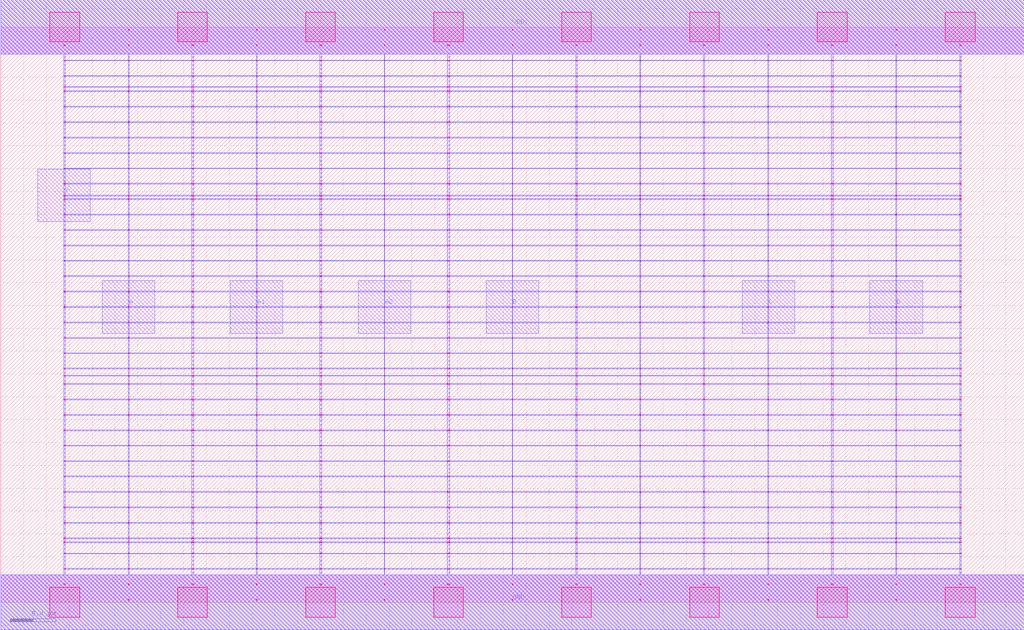
<source format=lef>
MACRO AOAOI3111_DEBUG
 CLASS CORE ;
 FOREIGN AOAOI3111_DEBUG 0 0 ;
 SIZE 8.96 BY 5.04 ;
 ORIGIN 0 0 ;
 SYMMETRY X Y R90 ;
 SITE unit ;
  PIN VDD
   DIRECTION INOUT ;
   USE SIGNAL ;
   SHAPE ABUTMENT ;
    PORT
     CLASS CORE ;
       LAYER met1 ;
        RECT 0.00000000 4.80000000 8.96000000 5.28000000 ;
       LAYER met2 ;
        RECT 0.00000000 4.80000000 8.96000000 5.28000000 ;
    END
  END VDD

  PIN GND
   DIRECTION INOUT ;
   USE SIGNAL ;
   SHAPE ABUTMENT ;
    PORT
     CLASS CORE ;
       LAYER met1 ;
        RECT 0.00000000 -0.24000000 8.96000000 0.24000000 ;
       LAYER met2 ;
        RECT 0.00000000 -0.24000000 8.96000000 0.24000000 ;
    END
  END GND

  PIN Y
   DIRECTION INOUT ;
   USE SIGNAL ;
   SHAPE ABUTMENT ;
    PORT
     CLASS CORE ;
       LAYER met2 ;
        RECT 0.32500000 3.33500000 0.78500000 3.79500000 ;
    END
  END Y

  PIN A1
   DIRECTION INOUT ;
   USE SIGNAL ;
   SHAPE ABUTMENT ;
    PORT
     CLASS CORE ;
       LAYER met2 ;
        RECT 2.01000000 2.35700000 2.47000000 2.81700000 ;
    END
  END A1

  PIN A2
   DIRECTION INOUT ;
   USE SIGNAL ;
   SHAPE ABUTMENT ;
    PORT
     CLASS CORE ;
       LAYER met2 ;
        RECT 3.13000000 2.35700000 3.59000000 2.81700000 ;
    END
  END A2

  PIN D
   DIRECTION INOUT ;
   USE SIGNAL ;
   SHAPE ABUTMENT ;
    PORT
     CLASS CORE ;
       LAYER met2 ;
        RECT 7.61000000 2.35700000 8.07000000 2.81700000 ;
    END
  END D

  PIN B
   DIRECTION INOUT ;
   USE SIGNAL ;
   SHAPE ABUTMENT ;
    PORT
     CLASS CORE ;
       LAYER met2 ;
        RECT 4.25000000 2.35700000 4.71000000 2.81700000 ;
    END
  END B

  PIN A
   DIRECTION INOUT ;
   USE SIGNAL ;
   SHAPE ABUTMENT ;
    PORT
     CLASS CORE ;
       LAYER met2 ;
        RECT 0.89000000 2.35700000 1.35000000 2.81700000 ;
    END
  END A

  PIN C
   DIRECTION INOUT ;
   USE SIGNAL ;
   SHAPE ABUTMENT ;
    PORT
     CLASS CORE ;
       LAYER met2 ;
        RECT 6.49000000 2.35700000 6.95000000 2.81700000 ;
    END
  END C

 OBS
    LAYER polycont ;
     RECT 5.59600000 0.15300000 5.60400000 0.16100000 ;
     RECT 5.59600000 0.28800000 5.60400000 0.29600000 ;
     RECT 5.59600000 0.42300000 5.60400000 0.43100000 ;
     RECT 5.59600000 0.52100000 5.60400000 0.52900000 ;
     RECT 5.59600000 0.55800000 5.60400000 0.56600000 ;
     RECT 5.59600000 0.69300000 5.60400000 0.70100000 ;
     RECT 5.59600000 0.82800000 5.60400000 0.83600000 ;
     RECT 5.59600000 0.96300000 5.60400000 0.97100000 ;
     RECT 5.59600000 1.09800000 5.60400000 1.10600000 ;
     RECT 5.59600000 1.23300000 5.60400000 1.24100000 ;
     RECT 5.59600000 1.36800000 5.60400000 1.37600000 ;
     RECT 5.59600000 1.50300000 5.60400000 1.51100000 ;
     RECT 5.59600000 1.63800000 5.60400000 1.64600000 ;
     RECT 5.59600000 1.77300000 5.60400000 1.78100000 ;
     RECT 5.59600000 1.90800000 5.60400000 1.91600000 ;
     RECT 5.59600000 1.98100000 5.60400000 1.98900000 ;
     RECT 5.59600000 2.04300000 5.60400000 2.05100000 ;
     RECT 5.59600000 2.17800000 5.60400000 2.18600000 ;
     RECT 5.59600000 2.31300000 5.60400000 2.32100000 ;
     RECT 5.59600000 2.44800000 5.60400000 2.45600000 ;
     RECT 0.55100000 2.58300000 0.56400000 2.59100000 ;
     RECT 1.11600000 2.58300000 1.12400000 2.59100000 ;
     RECT 1.67100000 2.58300000 1.68900000 2.59100000 ;
     RECT 2.23600000 2.58300000 2.24400000 2.59100000 ;
     RECT 2.79100000 2.58300000 2.80900000 2.59100000 ;
     RECT 3.35600000 2.58300000 3.36400000 2.59100000 ;
     RECT 3.91100000 2.58300000 3.92900000 2.59100000 ;
     RECT 4.47600000 2.58300000 4.48400000 2.59100000 ;
     RECT 5.03600000 2.58300000 5.04900000 2.59100000 ;
     RECT 5.59600000 2.58300000 5.60400000 2.59100000 ;
     RECT 6.15100000 2.58300000 6.16400000 2.59100000 ;
     RECT 6.71600000 2.58300000 6.72400000 2.59100000 ;
     RECT 7.27100000 2.58300000 7.28900000 2.59100000 ;
     RECT 7.83600000 2.58300000 7.84400000 2.59100000 ;
     RECT 8.39600000 2.58300000 8.40900000 2.59100000 ;
     RECT 0.55100000 2.71800000 0.56400000 2.72600000 ;
     RECT 1.11600000 2.71800000 1.12400000 2.72600000 ;
     RECT 1.67100000 2.71800000 1.68900000 2.72600000 ;
     RECT 2.23600000 2.71800000 2.24400000 2.72600000 ;
     RECT 2.79100000 2.71800000 2.80900000 2.72600000 ;
     RECT 3.35600000 2.71800000 3.36400000 2.72600000 ;
     RECT 3.91100000 2.71800000 3.92900000 2.72600000 ;
     RECT 4.47600000 2.71800000 4.48400000 2.72600000 ;
     RECT 5.03600000 2.71800000 5.04900000 2.72600000 ;
     RECT 5.59600000 2.71800000 5.60400000 2.72600000 ;
     RECT 6.15100000 2.71800000 6.16400000 2.72600000 ;
     RECT 6.71600000 2.71800000 6.72400000 2.72600000 ;
     RECT 7.27100000 2.71800000 7.28900000 2.72600000 ;
     RECT 7.83600000 2.71800000 7.84400000 2.72600000 ;
     RECT 8.39600000 2.71800000 8.40900000 2.72600000 ;
     RECT 0.55100000 2.85300000 0.56400000 2.86100000 ;
     RECT 1.11600000 2.85300000 1.12400000 2.86100000 ;
     RECT 1.67100000 2.85300000 1.68900000 2.86100000 ;
     RECT 2.23600000 2.85300000 2.24400000 2.86100000 ;
     RECT 2.79100000 2.85300000 2.80900000 2.86100000 ;
     RECT 3.35600000 2.85300000 3.36400000 2.86100000 ;
     RECT 3.91100000 2.85300000 3.92900000 2.86100000 ;
     RECT 4.47600000 2.85300000 4.48400000 2.86100000 ;
     RECT 5.03600000 2.85300000 5.04900000 2.86100000 ;
     RECT 5.59600000 2.85300000 5.60400000 2.86100000 ;
     RECT 6.15100000 2.85300000 6.16400000 2.86100000 ;
     RECT 6.71600000 2.85300000 6.72400000 2.86100000 ;
     RECT 7.27100000 2.85300000 7.28900000 2.86100000 ;
     RECT 7.83600000 2.85300000 7.84400000 2.86100000 ;
     RECT 8.39600000 2.85300000 8.40900000 2.86100000 ;
     RECT 0.55100000 2.98800000 0.56400000 2.99600000 ;
     RECT 1.11600000 2.98800000 1.12400000 2.99600000 ;
     RECT 1.67100000 2.98800000 1.68900000 2.99600000 ;
     RECT 2.23600000 2.98800000 2.24400000 2.99600000 ;
     RECT 2.79100000 2.98800000 2.80900000 2.99600000 ;
     RECT 3.35600000 2.98800000 3.36400000 2.99600000 ;
     RECT 3.91100000 2.98800000 3.92900000 2.99600000 ;
     RECT 4.47600000 2.98800000 4.48400000 2.99600000 ;
     RECT 5.03600000 2.98800000 5.04900000 2.99600000 ;
     RECT 5.59600000 2.98800000 5.60400000 2.99600000 ;
     RECT 6.15100000 2.98800000 6.16400000 2.99600000 ;
     RECT 6.71600000 2.98800000 6.72400000 2.99600000 ;
     RECT 7.27100000 2.98800000 7.28900000 2.99600000 ;
     RECT 7.83600000 2.98800000 7.84400000 2.99600000 ;
     RECT 8.39600000 2.98800000 8.40900000 2.99600000 ;
     RECT 5.59600000 3.12300000 5.60400000 3.13100000 ;
     RECT 5.59600000 3.25800000 5.60400000 3.26600000 ;
     RECT 5.59600000 3.39300000 5.60400000 3.40100000 ;
     RECT 5.59600000 3.52800000 5.60400000 3.53600000 ;
     RECT 5.59600000 3.56100000 5.60400000 3.56900000 ;
     RECT 5.59600000 3.66300000 5.60400000 3.67100000 ;
     RECT 5.59600000 3.79800000 5.60400000 3.80600000 ;
     RECT 5.59600000 3.93300000 5.60400000 3.94100000 ;
     RECT 5.59600000 4.06800000 5.60400000 4.07600000 ;
     RECT 5.59600000 4.20300000 5.60400000 4.21100000 ;
     RECT 5.59600000 4.33800000 5.60400000 4.34600000 ;
     RECT 5.59600000 4.47300000 5.60400000 4.48100000 ;
     RECT 5.59600000 4.51100000 5.60400000 4.51900000 ;
     RECT 5.59600000 4.60800000 5.60400000 4.61600000 ;
     RECT 5.59600000 4.74300000 5.60400000 4.75100000 ;
     RECT 5.59600000 4.87800000 5.60400000 4.88600000 ;

    LAYER pdiffc ;
     RECT 0.55100000 3.39300000 0.55900000 3.40100000 ;
     RECT 5.04100000 3.39300000 5.04900000 3.40100000 ;
     RECT 6.15100000 3.39300000 6.15900000 3.40100000 ;
     RECT 8.40100000 3.39300000 8.40900000 3.40100000 ;
     RECT 0.55100000 3.52800000 0.55900000 3.53600000 ;
     RECT 5.04100000 3.52800000 5.04900000 3.53600000 ;
     RECT 6.15100000 3.52800000 6.15900000 3.53600000 ;
     RECT 8.40100000 3.52800000 8.40900000 3.53600000 ;
     RECT 0.55100000 3.56100000 0.55900000 3.56900000 ;
     RECT 5.04100000 3.56100000 5.04900000 3.56900000 ;
     RECT 6.15100000 3.56100000 6.15900000 3.56900000 ;
     RECT 8.40100000 3.56100000 8.40900000 3.56900000 ;
     RECT 0.55100000 3.66300000 0.55900000 3.67100000 ;
     RECT 5.04100000 3.66300000 5.04900000 3.67100000 ;
     RECT 6.15100000 3.66300000 6.15900000 3.67100000 ;
     RECT 8.40100000 3.66300000 8.40900000 3.67100000 ;
     RECT 0.55100000 3.79800000 0.55900000 3.80600000 ;
     RECT 5.04100000 3.79800000 5.04900000 3.80600000 ;
     RECT 6.15100000 3.79800000 6.15900000 3.80600000 ;
     RECT 8.40100000 3.79800000 8.40900000 3.80600000 ;
     RECT 0.55100000 3.93300000 0.55900000 3.94100000 ;
     RECT 5.04100000 3.93300000 5.04900000 3.94100000 ;
     RECT 6.15100000 3.93300000 6.15900000 3.94100000 ;
     RECT 8.40100000 3.93300000 8.40900000 3.94100000 ;
     RECT 0.55100000 4.06800000 0.55900000 4.07600000 ;
     RECT 5.04100000 4.06800000 5.04900000 4.07600000 ;
     RECT 6.15100000 4.06800000 6.15900000 4.07600000 ;
     RECT 8.40100000 4.06800000 8.40900000 4.07600000 ;
     RECT 0.55100000 4.20300000 0.55900000 4.21100000 ;
     RECT 5.04100000 4.20300000 5.04900000 4.21100000 ;
     RECT 6.15100000 4.20300000 6.15900000 4.21100000 ;
     RECT 8.40100000 4.20300000 8.40900000 4.21100000 ;
     RECT 0.55100000 4.33800000 0.55900000 4.34600000 ;
     RECT 5.04100000 4.33800000 5.04900000 4.34600000 ;
     RECT 6.15100000 4.33800000 6.15900000 4.34600000 ;
     RECT 8.40100000 4.33800000 8.40900000 4.34600000 ;
     RECT 0.55100000 4.47300000 0.55900000 4.48100000 ;
     RECT 5.04100000 4.47300000 5.04900000 4.48100000 ;
     RECT 6.15100000 4.47300000 6.15900000 4.48100000 ;
     RECT 8.40100000 4.47300000 8.40900000 4.48100000 ;
     RECT 0.55100000 4.51100000 0.55900000 4.51900000 ;
     RECT 5.04100000 4.51100000 5.04900000 4.51900000 ;
     RECT 6.15100000 4.51100000 6.15900000 4.51900000 ;
     RECT 8.40100000 4.51100000 8.40900000 4.51900000 ;
     RECT 0.55100000 4.60800000 0.55900000 4.61600000 ;
     RECT 5.04100000 4.60800000 5.04900000 4.61600000 ;
     RECT 6.15100000 4.60800000 6.15900000 4.61600000 ;
     RECT 8.40100000 4.60800000 8.40900000 4.61600000 ;

    LAYER ndiffc ;
     RECT 5.03600000 0.42300000 5.04900000 0.43100000 ;
     RECT 6.15100000 0.42300000 6.16400000 0.43100000 ;
     RECT 7.27100000 0.42300000 7.28900000 0.43100000 ;
     RECT 8.39600000 0.42300000 8.40900000 0.43100000 ;
     RECT 5.03600000 0.52100000 5.04900000 0.52900000 ;
     RECT 6.15100000 0.52100000 6.16400000 0.52900000 ;
     RECT 7.27100000 0.52100000 7.28900000 0.52900000 ;
     RECT 8.39600000 0.52100000 8.40900000 0.52900000 ;
     RECT 5.03600000 0.55800000 5.04900000 0.56600000 ;
     RECT 6.15100000 0.55800000 6.16400000 0.56600000 ;
     RECT 7.27100000 0.55800000 7.28900000 0.56600000 ;
     RECT 8.39600000 0.55800000 8.40900000 0.56600000 ;
     RECT 5.03600000 0.69300000 5.04900000 0.70100000 ;
     RECT 6.15100000 0.69300000 6.16400000 0.70100000 ;
     RECT 7.27100000 0.69300000 7.28900000 0.70100000 ;
     RECT 8.39600000 0.69300000 8.40900000 0.70100000 ;
     RECT 5.03600000 0.82800000 5.04900000 0.83600000 ;
     RECT 6.15100000 0.82800000 6.16400000 0.83600000 ;
     RECT 7.27100000 0.82800000 7.28900000 0.83600000 ;
     RECT 8.39600000 0.82800000 8.40900000 0.83600000 ;
     RECT 5.03600000 0.96300000 5.04900000 0.97100000 ;
     RECT 6.15100000 0.96300000 6.16400000 0.97100000 ;
     RECT 7.27100000 0.96300000 7.28900000 0.97100000 ;
     RECT 8.39600000 0.96300000 8.40900000 0.97100000 ;
     RECT 5.03600000 1.09800000 5.04900000 1.10600000 ;
     RECT 6.15100000 1.09800000 6.16400000 1.10600000 ;
     RECT 7.27100000 1.09800000 7.28900000 1.10600000 ;
     RECT 8.39600000 1.09800000 8.40900000 1.10600000 ;
     RECT 5.03600000 1.23300000 5.04900000 1.24100000 ;
     RECT 6.15100000 1.23300000 6.16400000 1.24100000 ;
     RECT 7.27100000 1.23300000 7.28900000 1.24100000 ;
     RECT 8.39600000 1.23300000 8.40900000 1.24100000 ;
     RECT 5.03600000 1.36800000 5.04900000 1.37600000 ;
     RECT 6.15100000 1.36800000 6.16400000 1.37600000 ;
     RECT 7.27100000 1.36800000 7.28900000 1.37600000 ;
     RECT 8.39600000 1.36800000 8.40900000 1.37600000 ;
     RECT 5.03600000 1.50300000 5.04900000 1.51100000 ;
     RECT 6.15100000 1.50300000 6.16400000 1.51100000 ;
     RECT 7.27100000 1.50300000 7.28900000 1.51100000 ;
     RECT 8.39600000 1.50300000 8.40900000 1.51100000 ;
     RECT 5.03600000 1.63800000 5.04900000 1.64600000 ;
     RECT 6.15100000 1.63800000 6.16400000 1.64600000 ;
     RECT 7.27100000 1.63800000 7.28900000 1.64600000 ;
     RECT 8.39600000 1.63800000 8.40900000 1.64600000 ;
     RECT 5.03600000 1.77300000 5.04900000 1.78100000 ;
     RECT 6.15100000 1.77300000 6.16400000 1.78100000 ;
     RECT 7.27100000 1.77300000 7.28900000 1.78100000 ;
     RECT 8.39600000 1.77300000 8.40900000 1.78100000 ;
     RECT 5.03600000 1.90800000 5.04900000 1.91600000 ;
     RECT 6.15100000 1.90800000 6.16400000 1.91600000 ;
     RECT 7.27100000 1.90800000 7.28900000 1.91600000 ;
     RECT 8.39600000 1.90800000 8.40900000 1.91600000 ;
     RECT 5.03600000 1.98100000 5.04900000 1.98900000 ;
     RECT 6.15100000 1.98100000 6.16400000 1.98900000 ;
     RECT 7.27100000 1.98100000 7.28900000 1.98900000 ;
     RECT 8.39600000 1.98100000 8.40900000 1.98900000 ;
     RECT 5.03600000 2.04300000 5.04900000 2.05100000 ;
     RECT 6.15100000 2.04300000 6.16400000 2.05100000 ;
     RECT 7.27100000 2.04300000 7.28900000 2.05100000 ;
     RECT 8.39600000 2.04300000 8.40900000 2.05100000 ;
     RECT 0.55100000 0.42300000 0.56400000 0.43100000 ;
     RECT 1.67100000 0.42300000 1.68900000 0.43100000 ;
     RECT 2.79100000 0.42300000 2.80900000 0.43100000 ;
     RECT 3.91100000 0.42300000 3.92900000 0.43100000 ;
     RECT 0.55100000 1.36800000 0.56400000 1.37600000 ;
     RECT 1.67100000 1.36800000 1.68900000 1.37600000 ;
     RECT 2.79100000 1.36800000 2.80900000 1.37600000 ;
     RECT 3.91100000 1.36800000 3.92900000 1.37600000 ;
     RECT 0.55100000 0.82800000 0.56400000 0.83600000 ;
     RECT 1.67100000 0.82800000 1.68900000 0.83600000 ;
     RECT 2.79100000 0.82800000 2.80900000 0.83600000 ;
     RECT 3.91100000 0.82800000 3.92900000 0.83600000 ;
     RECT 0.55100000 1.50300000 0.56400000 1.51100000 ;
     RECT 1.67100000 1.50300000 1.68900000 1.51100000 ;
     RECT 2.79100000 1.50300000 2.80900000 1.51100000 ;
     RECT 3.91100000 1.50300000 3.92900000 1.51100000 ;
     RECT 0.55100000 0.55800000 0.56400000 0.56600000 ;
     RECT 1.67100000 0.55800000 1.68900000 0.56600000 ;
     RECT 2.79100000 0.55800000 2.80900000 0.56600000 ;
     RECT 3.91100000 0.55800000 3.92900000 0.56600000 ;
     RECT 0.55100000 1.63800000 0.56400000 1.64600000 ;
     RECT 1.67100000 1.63800000 1.68900000 1.64600000 ;
     RECT 2.79100000 1.63800000 2.80900000 1.64600000 ;
     RECT 3.91100000 1.63800000 3.92900000 1.64600000 ;
     RECT 0.55100000 0.96300000 0.56400000 0.97100000 ;
     RECT 1.67100000 0.96300000 1.68900000 0.97100000 ;
     RECT 2.79100000 0.96300000 2.80900000 0.97100000 ;
     RECT 3.91100000 0.96300000 3.92900000 0.97100000 ;
     RECT 0.55100000 1.77300000 0.56400000 1.78100000 ;
     RECT 1.67100000 1.77300000 1.68900000 1.78100000 ;
     RECT 2.79100000 1.77300000 2.80900000 1.78100000 ;
     RECT 3.91100000 1.77300000 3.92900000 1.78100000 ;
     RECT 0.55100000 0.52100000 0.56400000 0.52900000 ;
     RECT 1.67100000 0.52100000 1.68900000 0.52900000 ;
     RECT 2.79100000 0.52100000 2.80900000 0.52900000 ;
     RECT 3.91100000 0.52100000 3.92900000 0.52900000 ;
     RECT 0.55100000 1.90800000 0.56400000 1.91600000 ;
     RECT 1.67100000 1.90800000 1.68900000 1.91600000 ;
     RECT 2.79100000 1.90800000 2.80900000 1.91600000 ;
     RECT 3.91100000 1.90800000 3.92900000 1.91600000 ;
     RECT 0.55100000 1.09800000 0.56400000 1.10600000 ;
     RECT 1.67100000 1.09800000 1.68900000 1.10600000 ;
     RECT 2.79100000 1.09800000 2.80900000 1.10600000 ;
     RECT 3.91100000 1.09800000 3.92900000 1.10600000 ;
     RECT 0.55100000 1.98100000 0.56400000 1.98900000 ;
     RECT 1.67100000 1.98100000 1.68900000 1.98900000 ;
     RECT 2.79100000 1.98100000 2.80900000 1.98900000 ;
     RECT 3.91100000 1.98100000 3.92900000 1.98900000 ;
     RECT 0.55100000 0.69300000 0.56400000 0.70100000 ;
     RECT 1.67100000 0.69300000 1.68900000 0.70100000 ;
     RECT 2.79100000 0.69300000 2.80900000 0.70100000 ;
     RECT 3.91100000 0.69300000 3.92900000 0.70100000 ;
     RECT 0.55100000 2.04300000 0.56400000 2.05100000 ;
     RECT 1.67100000 2.04300000 1.68900000 2.05100000 ;
     RECT 2.79100000 2.04300000 2.80900000 2.05100000 ;
     RECT 3.91100000 2.04300000 3.92900000 2.05100000 ;
     RECT 0.55100000 1.23300000 0.56400000 1.24100000 ;
     RECT 1.67100000 1.23300000 1.68900000 1.24100000 ;
     RECT 2.79100000 1.23300000 2.80900000 1.24100000 ;
     RECT 3.91100000 1.23300000 3.92900000 1.24100000 ;

    LAYER met1 ;
     RECT 0.00000000 -0.24000000 8.96000000 0.24000000 ;
     RECT 4.47600000 0.24000000 4.48400000 0.28800000 ;
     RECT 0.55100000 0.28800000 8.40900000 0.29600000 ;
     RECT 4.47600000 0.29600000 4.48400000 0.42300000 ;
     RECT 0.55100000 0.42300000 8.40900000 0.43100000 ;
     RECT 4.47600000 0.43100000 4.48400000 0.52100000 ;
     RECT 0.55100000 0.52100000 8.40900000 0.52900000 ;
     RECT 4.47600000 0.52900000 4.48400000 0.55800000 ;
     RECT 0.55100000 0.55800000 8.40900000 0.56600000 ;
     RECT 4.47600000 0.56600000 4.48400000 0.69300000 ;
     RECT 0.55100000 0.69300000 8.40900000 0.70100000 ;
     RECT 4.47600000 0.70100000 4.48400000 0.82800000 ;
     RECT 0.55100000 0.82800000 8.40900000 0.83600000 ;
     RECT 4.47600000 0.83600000 4.48400000 0.96300000 ;
     RECT 0.55100000 0.96300000 8.40900000 0.97100000 ;
     RECT 4.47600000 0.97100000 4.48400000 1.09800000 ;
     RECT 0.55100000 1.09800000 8.40900000 1.10600000 ;
     RECT 4.47600000 1.10600000 4.48400000 1.23300000 ;
     RECT 0.55100000 1.23300000 8.40900000 1.24100000 ;
     RECT 4.47600000 1.24100000 4.48400000 1.36800000 ;
     RECT 0.55100000 1.36800000 8.40900000 1.37600000 ;
     RECT 4.47600000 1.37600000 4.48400000 1.50300000 ;
     RECT 0.55100000 1.50300000 8.40900000 1.51100000 ;
     RECT 4.47600000 1.51100000 4.48400000 1.63800000 ;
     RECT 0.55100000 1.63800000 8.40900000 1.64600000 ;
     RECT 4.47600000 1.64600000 4.48400000 1.77300000 ;
     RECT 0.55100000 1.77300000 8.40900000 1.78100000 ;
     RECT 4.47600000 1.78100000 4.48400000 1.90800000 ;
     RECT 0.55100000 1.90800000 8.40900000 1.91600000 ;
     RECT 4.47600000 1.91600000 4.48400000 1.98100000 ;
     RECT 0.55100000 1.98100000 8.40900000 1.98900000 ;
     RECT 4.47600000 1.98900000 4.48400000 2.04300000 ;
     RECT 0.55100000 2.04300000 8.40900000 2.05100000 ;
     RECT 4.47600000 2.05100000 4.48400000 2.17800000 ;
     RECT 0.55100000 2.17800000 8.40900000 2.18600000 ;
     RECT 4.47600000 2.18600000 4.48400000 2.31300000 ;
     RECT 0.55100000 2.31300000 8.40900000 2.32100000 ;
     RECT 4.47600000 2.32100000 4.48400000 2.44800000 ;
     RECT 0.55100000 2.44800000 8.40900000 2.45600000 ;
     RECT 0.55100000 2.45600000 0.56400000 2.58300000 ;
     RECT 1.11600000 2.45600000 1.12400000 2.58300000 ;
     RECT 1.67100000 2.45600000 1.68900000 2.58300000 ;
     RECT 2.23600000 2.45600000 2.24400000 2.58300000 ;
     RECT 2.79100000 2.45600000 2.80900000 2.58300000 ;
     RECT 3.35600000 2.45600000 3.36400000 2.58300000 ;
     RECT 3.91100000 2.45600000 3.92900000 2.58300000 ;
     RECT 4.47600000 2.45600000 4.48400000 2.58300000 ;
     RECT 5.03600000 2.45600000 5.04900000 2.58300000 ;
     RECT 5.59600000 2.45600000 5.60400000 2.58300000 ;
     RECT 6.15100000 2.45600000 6.16400000 2.58300000 ;
     RECT 6.71600000 2.45600000 6.72400000 2.58300000 ;
     RECT 7.27100000 2.45600000 7.28900000 2.58300000 ;
     RECT 7.83600000 2.45600000 7.84400000 2.58300000 ;
     RECT 8.39600000 2.45600000 8.40900000 2.58300000 ;
     RECT 0.55100000 2.58300000 8.40900000 2.59100000 ;
     RECT 4.47600000 2.59100000 4.48400000 2.71800000 ;
     RECT 0.55100000 2.71800000 8.40900000 2.72600000 ;
     RECT 4.47600000 2.72600000 4.48400000 2.85300000 ;
     RECT 0.55100000 2.85300000 8.40900000 2.86100000 ;
     RECT 4.47600000 2.86100000 4.48400000 2.98800000 ;
     RECT 0.55100000 2.98800000 8.40900000 2.99600000 ;
     RECT 4.47600000 2.99600000 4.48400000 3.12300000 ;
     RECT 0.55100000 3.12300000 8.40900000 3.13100000 ;
     RECT 4.47600000 3.13100000 4.48400000 3.25800000 ;
     RECT 0.55100000 3.25800000 8.40900000 3.26600000 ;
     RECT 4.47600000 3.26600000 4.48400000 3.39300000 ;
     RECT 0.55100000 3.39300000 8.40900000 3.40100000 ;
     RECT 4.47600000 3.40100000 4.48400000 3.52800000 ;
     RECT 0.55100000 3.52800000 8.40900000 3.53600000 ;
     RECT 4.47600000 3.53600000 4.48400000 3.56100000 ;
     RECT 0.55100000 3.56100000 8.40900000 3.56900000 ;
     RECT 4.47600000 3.56900000 4.48400000 3.66300000 ;
     RECT 0.55100000 3.66300000 8.40900000 3.67100000 ;
     RECT 4.47600000 3.67100000 4.48400000 3.79800000 ;
     RECT 0.55100000 3.79800000 8.40900000 3.80600000 ;
     RECT 4.47600000 3.80600000 4.48400000 3.93300000 ;
     RECT 0.55100000 3.93300000 8.40900000 3.94100000 ;
     RECT 4.47600000 3.94100000 4.48400000 4.06800000 ;
     RECT 0.55100000 4.06800000 8.40900000 4.07600000 ;
     RECT 4.47600000 4.07600000 4.48400000 4.20300000 ;
     RECT 0.55100000 4.20300000 8.40900000 4.21100000 ;
     RECT 4.47600000 4.21100000 4.48400000 4.33800000 ;
     RECT 0.55100000 4.33800000 8.40900000 4.34600000 ;
     RECT 4.47600000 4.34600000 4.48400000 4.47300000 ;
     RECT 0.55100000 4.47300000 8.40900000 4.48100000 ;
     RECT 4.47600000 4.48100000 4.48400000 4.51100000 ;
     RECT 0.55100000 4.51100000 8.40900000 4.51900000 ;
     RECT 4.47600000 4.51900000 4.48400000 4.60800000 ;
     RECT 0.55100000 4.60800000 8.40900000 4.61600000 ;
     RECT 4.47600000 4.61600000 4.48400000 4.74300000 ;
     RECT 0.55100000 4.74300000 8.40900000 4.75100000 ;
     RECT 4.47600000 4.75100000 4.48400000 4.80000000 ;
     RECT 0.00000000 4.80000000 8.96000000 5.28000000 ;
     RECT 6.71600000 3.13100000 6.72400000 3.25800000 ;
     RECT 6.71600000 3.26600000 6.72400000 3.39300000 ;
     RECT 6.71600000 3.40100000 6.72400000 3.52800000 ;
     RECT 6.71600000 2.72600000 6.72400000 2.85300000 ;
     RECT 6.71600000 3.53600000 6.72400000 3.56100000 ;
     RECT 6.71600000 3.56900000 6.72400000 3.66300000 ;
     RECT 6.71600000 2.59100000 6.72400000 2.71800000 ;
     RECT 6.71600000 3.67100000 6.72400000 3.79800000 ;
     RECT 5.03600000 3.80600000 5.04900000 3.93300000 ;
     RECT 5.59600000 3.80600000 5.60400000 3.93300000 ;
     RECT 6.15100000 3.80600000 6.16400000 3.93300000 ;
     RECT 6.71600000 3.80600000 6.72400000 3.93300000 ;
     RECT 7.27100000 3.80600000 7.28900000 3.93300000 ;
     RECT 7.83600000 3.80600000 7.84400000 3.93300000 ;
     RECT 8.39600000 3.80600000 8.40900000 3.93300000 ;
     RECT 6.71600000 2.86100000 6.72400000 2.98800000 ;
     RECT 6.71600000 3.94100000 6.72400000 4.06800000 ;
     RECT 6.71600000 4.07600000 6.72400000 4.20300000 ;
     RECT 6.71600000 4.21100000 6.72400000 4.33800000 ;
     RECT 6.71600000 4.34600000 6.72400000 4.47300000 ;
     RECT 6.71600000 4.48100000 6.72400000 4.51100000 ;
     RECT 6.71600000 2.99600000 6.72400000 3.12300000 ;
     RECT 6.71600000 4.51900000 6.72400000 4.60800000 ;
     RECT 6.71600000 4.61600000 6.72400000 4.74300000 ;
     RECT 6.71600000 4.75100000 6.72400000 4.80000000 ;
     RECT 7.27100000 4.21100000 7.28900000 4.33800000 ;
     RECT 7.83600000 4.21100000 7.84400000 4.33800000 ;
     RECT 8.39600000 4.21100000 8.40900000 4.33800000 ;
     RECT 8.39600000 3.94100000 8.40900000 4.06800000 ;
     RECT 7.27100000 4.34600000 7.28900000 4.47300000 ;
     RECT 7.83600000 4.34600000 7.84400000 4.47300000 ;
     RECT 8.39600000 4.34600000 8.40900000 4.47300000 ;
     RECT 7.27100000 3.94100000 7.28900000 4.06800000 ;
     RECT 7.27100000 4.48100000 7.28900000 4.51100000 ;
     RECT 7.83600000 4.48100000 7.84400000 4.51100000 ;
     RECT 8.39600000 4.48100000 8.40900000 4.51100000 ;
     RECT 7.27100000 4.07600000 7.28900000 4.20300000 ;
     RECT 7.83600000 4.07600000 7.84400000 4.20300000 ;
     RECT 7.27100000 4.51900000 7.28900000 4.60800000 ;
     RECT 7.83600000 4.51900000 7.84400000 4.60800000 ;
     RECT 8.39600000 4.51900000 8.40900000 4.60800000 ;
     RECT 8.39600000 4.07600000 8.40900000 4.20300000 ;
     RECT 7.27100000 4.61600000 7.28900000 4.74300000 ;
     RECT 7.83600000 4.61600000 7.84400000 4.74300000 ;
     RECT 8.39600000 4.61600000 8.40900000 4.74300000 ;
     RECT 7.83600000 3.94100000 7.84400000 4.06800000 ;
     RECT 7.27100000 4.75100000 7.28900000 4.80000000 ;
     RECT 7.83600000 4.75100000 7.84400000 4.80000000 ;
     RECT 8.39600000 4.75100000 8.40900000 4.80000000 ;
     RECT 6.15100000 4.07600000 6.16400000 4.20300000 ;
     RECT 5.59600000 3.94100000 5.60400000 4.06800000 ;
     RECT 6.15100000 3.94100000 6.16400000 4.06800000 ;
     RECT 5.03600000 4.51900000 5.04900000 4.60800000 ;
     RECT 5.59600000 4.51900000 5.60400000 4.60800000 ;
     RECT 6.15100000 4.51900000 6.16400000 4.60800000 ;
     RECT 5.03600000 4.34600000 5.04900000 4.47300000 ;
     RECT 5.59600000 4.34600000 5.60400000 4.47300000 ;
     RECT 6.15100000 4.34600000 6.16400000 4.47300000 ;
     RECT 5.03600000 3.94100000 5.04900000 4.06800000 ;
     RECT 5.03600000 4.61600000 5.04900000 4.74300000 ;
     RECT 5.59600000 4.61600000 5.60400000 4.74300000 ;
     RECT 6.15100000 4.61600000 6.16400000 4.74300000 ;
     RECT 5.03600000 4.07600000 5.04900000 4.20300000 ;
     RECT 5.03600000 4.21100000 5.04900000 4.33800000 ;
     RECT 5.59600000 4.21100000 5.60400000 4.33800000 ;
     RECT 5.03600000 4.48100000 5.04900000 4.51100000 ;
     RECT 5.03600000 4.75100000 5.04900000 4.80000000 ;
     RECT 5.59600000 4.75100000 5.60400000 4.80000000 ;
     RECT 6.15100000 4.75100000 6.16400000 4.80000000 ;
     RECT 5.59600000 4.48100000 5.60400000 4.51100000 ;
     RECT 6.15100000 4.48100000 6.16400000 4.51100000 ;
     RECT 6.15100000 4.21100000 6.16400000 4.33800000 ;
     RECT 5.59600000 4.07600000 5.60400000 4.20300000 ;
     RECT 5.03600000 3.56900000 5.04900000 3.66300000 ;
     RECT 5.59600000 3.56900000 5.60400000 3.66300000 ;
     RECT 6.15100000 3.56900000 6.16400000 3.66300000 ;
     RECT 5.03600000 3.26600000 5.04900000 3.39300000 ;
     RECT 6.15100000 2.59100000 6.16400000 2.71800000 ;
     RECT 5.59600000 3.26600000 5.60400000 3.39300000 ;
     RECT 5.03600000 3.67100000 5.04900000 3.79800000 ;
     RECT 5.59600000 3.67100000 5.60400000 3.79800000 ;
     RECT 6.15100000 3.67100000 6.16400000 3.79800000 ;
     RECT 6.15100000 3.26600000 6.16400000 3.39300000 ;
     RECT 5.03600000 2.86100000 5.04900000 2.98800000 ;
     RECT 5.59600000 2.86100000 5.60400000 2.98800000 ;
     RECT 6.15100000 3.13100000 6.16400000 3.25800000 ;
     RECT 5.59600000 2.72600000 5.60400000 2.85300000 ;
     RECT 6.15100000 2.72600000 6.16400000 2.85300000 ;
     RECT 5.03600000 3.40100000 5.04900000 3.52800000 ;
     RECT 5.59600000 3.40100000 5.60400000 3.52800000 ;
     RECT 5.03600000 2.99600000 5.04900000 3.12300000 ;
     RECT 6.15100000 3.40100000 6.16400000 3.52800000 ;
     RECT 5.59600000 3.13100000 5.60400000 3.25800000 ;
     RECT 6.15100000 2.86100000 6.16400000 2.98800000 ;
     RECT 5.03600000 2.59100000 5.04900000 2.71800000 ;
     RECT 5.59600000 2.59100000 5.60400000 2.71800000 ;
     RECT 5.03600000 3.53600000 5.04900000 3.56100000 ;
     RECT 5.59600000 3.53600000 5.60400000 3.56100000 ;
     RECT 6.15100000 3.53600000 6.16400000 3.56100000 ;
     RECT 5.59600000 2.99600000 5.60400000 3.12300000 ;
     RECT 6.15100000 2.99600000 6.16400000 3.12300000 ;
     RECT 5.03600000 2.72600000 5.04900000 2.85300000 ;
     RECT 5.03600000 3.13100000 5.04900000 3.25800000 ;
     RECT 7.83600000 2.72600000 7.84400000 2.85300000 ;
     RECT 8.39600000 2.86100000 8.40900000 2.98800000 ;
     RECT 7.27100000 2.59100000 7.28900000 2.71800000 ;
     RECT 7.27100000 2.99600000 7.28900000 3.12300000 ;
     RECT 8.39600000 2.72600000 8.40900000 2.85300000 ;
     RECT 8.39600000 3.26600000 8.40900000 3.39300000 ;
     RECT 7.27100000 3.40100000 7.28900000 3.52800000 ;
     RECT 7.83600000 3.40100000 7.84400000 3.52800000 ;
     RECT 8.39600000 3.40100000 8.40900000 3.52800000 ;
     RECT 7.27100000 3.56900000 7.28900000 3.66300000 ;
     RECT 7.83600000 3.56900000 7.84400000 3.66300000 ;
     RECT 7.83600000 2.99600000 7.84400000 3.12300000 ;
     RECT 8.39600000 2.99600000 8.40900000 3.12300000 ;
     RECT 7.83600000 2.59100000 7.84400000 2.71800000 ;
     RECT 8.39600000 3.56900000 8.40900000 3.66300000 ;
     RECT 7.27100000 3.13100000 7.28900000 3.25800000 ;
     RECT 7.27100000 2.72600000 7.28900000 2.85300000 ;
     RECT 7.83600000 3.13100000 7.84400000 3.25800000 ;
     RECT 8.39600000 3.13100000 8.40900000 3.25800000 ;
     RECT 7.27100000 3.26600000 7.28900000 3.39300000 ;
     RECT 8.39600000 2.59100000 8.40900000 2.71800000 ;
     RECT 7.83600000 3.26600000 7.84400000 3.39300000 ;
     RECT 7.27100000 2.86100000 7.28900000 2.98800000 ;
     RECT 7.83600000 2.86100000 7.84400000 2.98800000 ;
     RECT 7.27100000 3.67100000 7.28900000 3.79800000 ;
     RECT 7.83600000 3.67100000 7.84400000 3.79800000 ;
     RECT 8.39600000 3.67100000 8.40900000 3.79800000 ;
     RECT 7.27100000 3.53600000 7.28900000 3.56100000 ;
     RECT 7.83600000 3.53600000 7.84400000 3.56100000 ;
     RECT 8.39600000 3.53600000 8.40900000 3.56100000 ;
     RECT 2.23600000 3.94100000 2.24400000 4.06800000 ;
     RECT 2.23600000 3.40100000 2.24400000 3.52800000 ;
     RECT 2.23600000 4.07600000 2.24400000 4.20300000 ;
     RECT 2.23600000 3.53600000 2.24400000 3.56100000 ;
     RECT 2.23600000 4.21100000 2.24400000 4.33800000 ;
     RECT 2.23600000 2.86100000 2.24400000 2.98800000 ;
     RECT 2.23600000 3.13100000 2.24400000 3.25800000 ;
     RECT 2.23600000 4.34600000 2.24400000 4.47300000 ;
     RECT 2.23600000 3.56900000 2.24400000 3.66300000 ;
     RECT 2.23600000 4.48100000 2.24400000 4.51100000 ;
     RECT 2.23600000 2.72600000 2.24400000 2.85300000 ;
     RECT 2.23600000 4.51900000 2.24400000 4.60800000 ;
     RECT 2.23600000 3.67100000 2.24400000 3.79800000 ;
     RECT 2.23600000 4.61600000 2.24400000 4.74300000 ;
     RECT 2.23600000 3.26600000 2.24400000 3.39300000 ;
     RECT 2.23600000 2.59100000 2.24400000 2.71800000 ;
     RECT 0.55100000 3.80600000 0.56400000 3.93300000 ;
     RECT 1.11600000 3.80600000 1.12400000 3.93300000 ;
     RECT 2.23600000 4.75100000 2.24400000 4.80000000 ;
     RECT 1.67100000 3.80600000 1.68900000 3.93300000 ;
     RECT 2.23600000 3.80600000 2.24400000 3.93300000 ;
     RECT 2.79100000 3.80600000 2.80900000 3.93300000 ;
     RECT 3.35600000 3.80600000 3.36400000 3.93300000 ;
     RECT 3.91100000 3.80600000 3.92900000 3.93300000 ;
     RECT 2.23600000 2.99600000 2.24400000 3.12300000 ;
     RECT 2.79100000 3.94100000 2.80900000 4.06800000 ;
     RECT 2.79100000 4.21100000 2.80900000 4.33800000 ;
     RECT 2.79100000 4.51900000 2.80900000 4.60800000 ;
     RECT 3.35600000 4.51900000 3.36400000 4.60800000 ;
     RECT 3.91100000 4.51900000 3.92900000 4.60800000 ;
     RECT 3.35600000 4.21100000 3.36400000 4.33800000 ;
     RECT 3.91100000 4.21100000 3.92900000 4.33800000 ;
     RECT 2.79100000 4.61600000 2.80900000 4.74300000 ;
     RECT 3.35600000 4.61600000 3.36400000 4.74300000 ;
     RECT 3.91100000 4.61600000 3.92900000 4.74300000 ;
     RECT 3.35600000 3.94100000 3.36400000 4.06800000 ;
     RECT 2.79100000 4.07600000 2.80900000 4.20300000 ;
     RECT 3.35600000 4.07600000 3.36400000 4.20300000 ;
     RECT 2.79100000 4.34600000 2.80900000 4.47300000 ;
     RECT 3.35600000 4.34600000 3.36400000 4.47300000 ;
     RECT 2.79100000 4.75100000 2.80900000 4.80000000 ;
     RECT 3.35600000 4.75100000 3.36400000 4.80000000 ;
     RECT 3.91100000 4.75100000 3.92900000 4.80000000 ;
     RECT 3.91100000 4.34600000 3.92900000 4.47300000 ;
     RECT 3.91100000 4.07600000 3.92900000 4.20300000 ;
     RECT 3.91100000 3.94100000 3.92900000 4.06800000 ;
     RECT 2.79100000 4.48100000 2.80900000 4.51100000 ;
     RECT 3.35600000 4.48100000 3.36400000 4.51100000 ;
     RECT 3.91100000 4.48100000 3.92900000 4.51100000 ;
     RECT 0.55100000 4.61600000 0.56400000 4.74300000 ;
     RECT 1.11600000 4.61600000 1.12400000 4.74300000 ;
     RECT 1.67100000 4.61600000 1.68900000 4.74300000 ;
     RECT 1.67100000 4.07600000 1.68900000 4.20300000 ;
     RECT 1.67100000 3.94100000 1.68900000 4.06800000 ;
     RECT 0.55100000 4.48100000 0.56400000 4.51100000 ;
     RECT 1.11600000 4.48100000 1.12400000 4.51100000 ;
     RECT 1.67100000 4.48100000 1.68900000 4.51100000 ;
     RECT 0.55100000 3.94100000 0.56400000 4.06800000 ;
     RECT 1.11600000 3.94100000 1.12400000 4.06800000 ;
     RECT 0.55100000 4.07600000 0.56400000 4.20300000 ;
     RECT 0.55100000 4.75100000 0.56400000 4.80000000 ;
     RECT 1.11600000 4.75100000 1.12400000 4.80000000 ;
     RECT 1.67100000 4.75100000 1.68900000 4.80000000 ;
     RECT 1.11600000 4.07600000 1.12400000 4.20300000 ;
     RECT 0.55100000 4.34600000 0.56400000 4.47300000 ;
     RECT 0.55100000 4.51900000 0.56400000 4.60800000 ;
     RECT 1.11600000 4.51900000 1.12400000 4.60800000 ;
     RECT 1.67100000 4.51900000 1.68900000 4.60800000 ;
     RECT 1.11600000 4.34600000 1.12400000 4.47300000 ;
     RECT 1.67100000 4.34600000 1.68900000 4.47300000 ;
     RECT 0.55100000 4.21100000 0.56400000 4.33800000 ;
     RECT 1.11600000 4.21100000 1.12400000 4.33800000 ;
     RECT 1.67100000 4.21100000 1.68900000 4.33800000 ;
     RECT 0.55100000 3.56900000 0.56400000 3.66300000 ;
     RECT 1.11600000 3.26600000 1.12400000 3.39300000 ;
     RECT 1.67100000 3.26600000 1.68900000 3.39300000 ;
     RECT 1.11600000 3.56900000 1.12400000 3.66300000 ;
     RECT 1.67100000 3.56900000 1.68900000 3.66300000 ;
     RECT 0.55100000 2.72600000 0.56400000 2.85300000 ;
     RECT 1.67100000 3.40100000 1.68900000 3.52800000 ;
     RECT 1.11600000 2.72600000 1.12400000 2.85300000 ;
     RECT 0.55100000 2.86100000 0.56400000 2.98800000 ;
     RECT 1.11600000 2.86100000 1.12400000 2.98800000 ;
     RECT 0.55100000 3.13100000 0.56400000 3.25800000 ;
     RECT 1.11600000 3.13100000 1.12400000 3.25800000 ;
     RECT 1.67100000 3.13100000 1.68900000 3.25800000 ;
     RECT 1.67100000 2.72600000 1.68900000 2.85300000 ;
     RECT 1.67100000 2.86100000 1.68900000 2.98800000 ;
     RECT 1.67100000 2.59100000 1.68900000 2.71800000 ;
     RECT 0.55100000 3.26600000 0.56400000 3.39300000 ;
     RECT 0.55100000 3.53600000 0.56400000 3.56100000 ;
     RECT 1.11600000 3.53600000 1.12400000 3.56100000 ;
     RECT 1.67100000 3.53600000 1.68900000 3.56100000 ;
     RECT 0.55100000 3.40100000 0.56400000 3.52800000 ;
     RECT 1.11600000 3.40100000 1.12400000 3.52800000 ;
     RECT 0.55100000 2.59100000 0.56400000 2.71800000 ;
     RECT 1.11600000 2.59100000 1.12400000 2.71800000 ;
     RECT 0.55100000 3.67100000 0.56400000 3.79800000 ;
     RECT 1.11600000 3.67100000 1.12400000 3.79800000 ;
     RECT 0.55100000 2.99600000 0.56400000 3.12300000 ;
     RECT 1.11600000 2.99600000 1.12400000 3.12300000 ;
     RECT 1.67100000 2.99600000 1.68900000 3.12300000 ;
     RECT 1.67100000 3.67100000 1.68900000 3.79800000 ;
     RECT 3.91100000 3.40100000 3.92900000 3.52800000 ;
     RECT 3.91100000 3.13100000 3.92900000 3.25800000 ;
     RECT 2.79100000 2.72600000 2.80900000 2.85300000 ;
     RECT 3.35600000 2.72600000 3.36400000 2.85300000 ;
     RECT 3.91100000 2.72600000 3.92900000 2.85300000 ;
     RECT 2.79100000 2.86100000 2.80900000 2.98800000 ;
     RECT 2.79100000 3.26600000 2.80900000 3.39300000 ;
     RECT 3.35600000 3.26600000 3.36400000 3.39300000 ;
     RECT 3.91100000 3.26600000 3.92900000 3.39300000 ;
     RECT 3.91100000 2.99600000 3.92900000 3.12300000 ;
     RECT 2.79100000 2.59100000 2.80900000 2.71800000 ;
     RECT 3.35600000 2.59100000 3.36400000 2.71800000 ;
     RECT 3.91100000 2.59100000 3.92900000 2.71800000 ;
     RECT 3.35600000 2.99600000 3.36400000 3.12300000 ;
     RECT 2.79100000 3.13100000 2.80900000 3.25800000 ;
     RECT 2.79100000 3.56900000 2.80900000 3.66300000 ;
     RECT 3.35600000 3.56900000 3.36400000 3.66300000 ;
     RECT 3.91100000 3.56900000 3.92900000 3.66300000 ;
     RECT 3.35600000 3.13100000 3.36400000 3.25800000 ;
     RECT 2.79100000 2.99600000 2.80900000 3.12300000 ;
     RECT 2.79100000 3.40100000 2.80900000 3.52800000 ;
     RECT 3.35600000 3.40100000 3.36400000 3.52800000 ;
     RECT 3.35600000 3.53600000 3.36400000 3.56100000 ;
     RECT 2.79100000 3.67100000 2.80900000 3.79800000 ;
     RECT 3.35600000 3.67100000 3.36400000 3.79800000 ;
     RECT 3.91100000 3.67100000 3.92900000 3.79800000 ;
     RECT 3.91100000 3.53600000 3.92900000 3.56100000 ;
     RECT 2.79100000 3.53600000 2.80900000 3.56100000 ;
     RECT 3.35600000 2.86100000 3.36400000 2.98800000 ;
     RECT 3.91100000 2.86100000 3.92900000 2.98800000 ;
     RECT 2.23600000 1.37600000 2.24400000 1.50300000 ;
     RECT 2.23600000 0.43100000 2.24400000 0.52100000 ;
     RECT 2.23600000 1.51100000 2.24400000 1.63800000 ;
     RECT 2.23600000 1.64600000 2.24400000 1.77300000 ;
     RECT 2.23600000 1.78100000 2.24400000 1.90800000 ;
     RECT 2.23600000 1.91600000 2.24400000 1.98100000 ;
     RECT 2.23600000 1.98900000 2.24400000 2.04300000 ;
     RECT 2.23600000 0.52900000 2.24400000 0.55800000 ;
     RECT 2.23600000 2.05100000 2.24400000 2.17800000 ;
     RECT 2.23600000 2.18600000 2.24400000 2.31300000 ;
     RECT 2.23600000 2.32100000 2.24400000 2.44800000 ;
     RECT 2.23600000 0.56600000 2.24400000 0.69300000 ;
     RECT 2.23600000 0.70100000 2.24400000 0.82800000 ;
     RECT 2.23600000 0.83600000 2.24400000 0.96300000 ;
     RECT 2.23600000 0.29600000 2.24400000 0.42300000 ;
     RECT 2.23600000 0.97100000 2.24400000 1.09800000 ;
     RECT 0.55100000 1.10600000 0.56400000 1.23300000 ;
     RECT 1.11600000 1.10600000 1.12400000 1.23300000 ;
     RECT 1.67100000 1.10600000 1.68900000 1.23300000 ;
     RECT 2.23600000 1.10600000 2.24400000 1.23300000 ;
     RECT 2.79100000 1.10600000 2.80900000 1.23300000 ;
     RECT 3.35600000 1.10600000 3.36400000 1.23300000 ;
     RECT 3.91100000 1.10600000 3.92900000 1.23300000 ;
     RECT 2.23600000 0.24000000 2.24400000 0.28800000 ;
     RECT 2.23600000 1.24100000 2.24400000 1.36800000 ;
     RECT 3.35600000 1.51100000 3.36400000 1.63800000 ;
     RECT 3.91100000 1.51100000 3.92900000 1.63800000 ;
     RECT 2.79100000 2.05100000 2.80900000 2.17800000 ;
     RECT 3.35600000 2.05100000 3.36400000 2.17800000 ;
     RECT 3.91100000 2.05100000 3.92900000 2.17800000 ;
     RECT 3.91100000 1.37600000 3.92900000 1.50300000 ;
     RECT 2.79100000 2.18600000 2.80900000 2.31300000 ;
     RECT 3.35600000 2.18600000 3.36400000 2.31300000 ;
     RECT 3.91100000 2.18600000 3.92900000 2.31300000 ;
     RECT 2.79100000 1.64600000 2.80900000 1.77300000 ;
     RECT 2.79100000 2.32100000 2.80900000 2.44800000 ;
     RECT 3.35600000 2.32100000 3.36400000 2.44800000 ;
     RECT 3.91100000 2.32100000 3.92900000 2.44800000 ;
     RECT 3.35600000 1.64600000 3.36400000 1.77300000 ;
     RECT 3.91100000 1.64600000 3.92900000 1.77300000 ;
     RECT 2.79100000 1.37600000 2.80900000 1.50300000 ;
     RECT 2.79100000 1.78100000 2.80900000 1.90800000 ;
     RECT 3.35600000 1.78100000 3.36400000 1.90800000 ;
     RECT 3.91100000 1.78100000 3.92900000 1.90800000 ;
     RECT 3.35600000 1.37600000 3.36400000 1.50300000 ;
     RECT 2.79100000 1.91600000 2.80900000 1.98100000 ;
     RECT 3.35600000 1.91600000 3.36400000 1.98100000 ;
     RECT 3.91100000 1.91600000 3.92900000 1.98100000 ;
     RECT 2.79100000 1.51100000 2.80900000 1.63800000 ;
     RECT 2.79100000 1.98900000 2.80900000 2.04300000 ;
     RECT 3.35600000 1.98900000 3.36400000 2.04300000 ;
     RECT 3.91100000 1.98900000 3.92900000 2.04300000 ;
     RECT 2.79100000 1.24100000 2.80900000 1.36800000 ;
     RECT 3.35600000 1.24100000 3.36400000 1.36800000 ;
     RECT 3.91100000 1.24100000 3.92900000 1.36800000 ;
     RECT 0.55100000 1.78100000 0.56400000 1.90800000 ;
     RECT 0.55100000 2.32100000 0.56400000 2.44800000 ;
     RECT 1.11600000 2.32100000 1.12400000 2.44800000 ;
     RECT 1.67100000 2.32100000 1.68900000 2.44800000 ;
     RECT 0.55100000 1.98900000 0.56400000 2.04300000 ;
     RECT 1.11600000 1.98900000 1.12400000 2.04300000 ;
     RECT 1.67100000 1.98900000 1.68900000 2.04300000 ;
     RECT 1.11600000 1.78100000 1.12400000 1.90800000 ;
     RECT 1.67100000 1.78100000 1.68900000 1.90800000 ;
     RECT 0.55100000 1.64600000 0.56400000 1.77300000 ;
     RECT 1.11600000 1.64600000 1.12400000 1.77300000 ;
     RECT 1.67100000 1.64600000 1.68900000 1.77300000 ;
     RECT 0.55100000 2.05100000 0.56400000 2.17800000 ;
     RECT 1.11600000 2.05100000 1.12400000 2.17800000 ;
     RECT 1.67100000 2.05100000 1.68900000 2.17800000 ;
     RECT 1.67100000 1.37600000 1.68900000 1.50300000 ;
     RECT 0.55100000 1.91600000 0.56400000 1.98100000 ;
     RECT 1.11600000 1.91600000 1.12400000 1.98100000 ;
     RECT 1.67100000 1.91600000 1.68900000 1.98100000 ;
     RECT 0.55100000 2.18600000 0.56400000 2.31300000 ;
     RECT 1.11600000 2.18600000 1.12400000 2.31300000 ;
     RECT 0.55100000 1.24100000 0.56400000 1.36800000 ;
     RECT 1.11600000 1.24100000 1.12400000 1.36800000 ;
     RECT 1.67100000 1.24100000 1.68900000 1.36800000 ;
     RECT 1.67100000 2.18600000 1.68900000 2.31300000 ;
     RECT 0.55100000 1.51100000 0.56400000 1.63800000 ;
     RECT 1.11600000 1.51100000 1.12400000 1.63800000 ;
     RECT 1.67100000 1.51100000 1.68900000 1.63800000 ;
     RECT 0.55100000 1.37600000 0.56400000 1.50300000 ;
     RECT 1.11600000 1.37600000 1.12400000 1.50300000 ;
     RECT 0.55100000 0.97100000 0.56400000 1.09800000 ;
     RECT 1.11600000 0.97100000 1.12400000 1.09800000 ;
     RECT 1.67100000 0.97100000 1.68900000 1.09800000 ;
     RECT 1.67100000 0.52900000 1.68900000 0.55800000 ;
     RECT 0.55100000 0.56600000 0.56400000 0.69300000 ;
     RECT 1.11600000 0.56600000 1.12400000 0.69300000 ;
     RECT 1.67100000 0.56600000 1.68900000 0.69300000 ;
     RECT 0.55100000 0.52900000 0.56400000 0.55800000 ;
     RECT 1.11600000 0.24000000 1.12400000 0.28800000 ;
     RECT 0.55100000 0.29600000 0.56400000 0.42300000 ;
     RECT 0.55100000 0.70100000 0.56400000 0.82800000 ;
     RECT 1.67100000 0.24000000 1.68900000 0.28800000 ;
     RECT 1.11600000 0.70100000 1.12400000 0.82800000 ;
     RECT 1.67100000 0.70100000 1.68900000 0.82800000 ;
     RECT 1.67100000 0.43100000 1.68900000 0.52100000 ;
     RECT 1.11600000 0.29600000 1.12400000 0.42300000 ;
     RECT 1.67100000 0.29600000 1.68900000 0.42300000 ;
     RECT 0.55100000 0.83600000 0.56400000 0.96300000 ;
     RECT 1.11600000 0.83600000 1.12400000 0.96300000 ;
     RECT 1.67100000 0.83600000 1.68900000 0.96300000 ;
     RECT 0.55100000 0.43100000 0.56400000 0.52100000 ;
     RECT 1.11600000 0.43100000 1.12400000 0.52100000 ;
     RECT 0.55100000 0.24000000 0.56400000 0.28800000 ;
     RECT 1.11600000 0.52900000 1.12400000 0.55800000 ;
     RECT 3.35600000 0.97100000 3.36400000 1.09800000 ;
     RECT 3.91100000 0.97100000 3.92900000 1.09800000 ;
     RECT 3.35600000 0.29600000 3.36400000 0.42300000 ;
     RECT 3.91100000 0.29600000 3.92900000 0.42300000 ;
     RECT 3.91100000 0.24000000 3.92900000 0.28800000 ;
     RECT 2.79100000 0.70100000 2.80900000 0.82800000 ;
     RECT 3.35600000 0.70100000 3.36400000 0.82800000 ;
     RECT 3.91100000 0.70100000 3.92900000 0.82800000 ;
     RECT 3.91100000 0.52900000 3.92900000 0.55800000 ;
     RECT 3.35600000 0.24000000 3.36400000 0.28800000 ;
     RECT 2.79100000 0.24000000 2.80900000 0.28800000 ;
     RECT 2.79100000 0.56600000 2.80900000 0.69300000 ;
     RECT 3.35600000 0.56600000 3.36400000 0.69300000 ;
     RECT 3.91100000 0.56600000 3.92900000 0.69300000 ;
     RECT 2.79100000 0.83600000 2.80900000 0.96300000 ;
     RECT 3.35600000 0.83600000 3.36400000 0.96300000 ;
     RECT 3.91100000 0.83600000 3.92900000 0.96300000 ;
     RECT 3.35600000 0.43100000 3.36400000 0.52100000 ;
     RECT 2.79100000 0.29600000 2.80900000 0.42300000 ;
     RECT 2.79100000 0.43100000 2.80900000 0.52100000 ;
     RECT 2.79100000 0.52900000 2.80900000 0.55800000 ;
     RECT 3.91100000 0.43100000 3.92900000 0.52100000 ;
     RECT 3.35600000 0.52900000 3.36400000 0.55800000 ;
     RECT 2.79100000 0.97100000 2.80900000 1.09800000 ;
     RECT 6.71600000 0.43100000 6.72400000 0.52100000 ;
     RECT 6.71600000 0.56600000 6.72400000 0.69300000 ;
     RECT 6.71600000 1.91600000 6.72400000 1.98100000 ;
     RECT 5.03600000 1.10600000 5.04900000 1.23300000 ;
     RECT 5.59600000 1.10600000 5.60400000 1.23300000 ;
     RECT 6.15100000 1.10600000 6.16400000 1.23300000 ;
     RECT 6.71600000 1.10600000 6.72400000 1.23300000 ;
     RECT 7.27100000 1.10600000 7.28900000 1.23300000 ;
     RECT 7.83600000 1.10600000 7.84400000 1.23300000 ;
     RECT 8.39600000 1.10600000 8.40900000 1.23300000 ;
     RECT 6.71600000 1.98900000 6.72400000 2.04300000 ;
     RECT 6.71600000 0.29600000 6.72400000 0.42300000 ;
     RECT 6.71600000 2.05100000 6.72400000 2.17800000 ;
     RECT 6.71600000 1.24100000 6.72400000 1.36800000 ;
     RECT 6.71600000 2.18600000 6.72400000 2.31300000 ;
     RECT 6.71600000 0.70100000 6.72400000 0.82800000 ;
     RECT 6.71600000 0.24000000 6.72400000 0.28800000 ;
     RECT 6.71600000 2.32100000 6.72400000 2.44800000 ;
     RECT 6.71600000 1.37600000 6.72400000 1.50300000 ;
     RECT 6.71600000 0.52900000 6.72400000 0.55800000 ;
     RECT 6.71600000 1.51100000 6.72400000 1.63800000 ;
     RECT 6.71600000 0.83600000 6.72400000 0.96300000 ;
     RECT 6.71600000 1.64600000 6.72400000 1.77300000 ;
     RECT 6.71600000 0.97100000 6.72400000 1.09800000 ;
     RECT 6.71600000 1.78100000 6.72400000 1.90800000 ;
     RECT 8.39600000 1.24100000 8.40900000 1.36800000 ;
     RECT 7.27100000 1.98900000 7.28900000 2.04300000 ;
     RECT 7.27100000 2.18600000 7.28900000 2.31300000 ;
     RECT 7.83600000 2.18600000 7.84400000 2.31300000 ;
     RECT 8.39600000 2.18600000 8.40900000 2.31300000 ;
     RECT 7.83600000 1.98900000 7.84400000 2.04300000 ;
     RECT 8.39600000 1.98900000 8.40900000 2.04300000 ;
     RECT 8.39600000 1.91600000 8.40900000 1.98100000 ;
     RECT 7.27100000 2.32100000 7.28900000 2.44800000 ;
     RECT 7.83600000 2.32100000 7.84400000 2.44800000 ;
     RECT 8.39600000 2.32100000 8.40900000 2.44800000 ;
     RECT 7.27100000 1.91600000 7.28900000 1.98100000 ;
     RECT 7.27100000 1.37600000 7.28900000 1.50300000 ;
     RECT 7.83600000 1.37600000 7.84400000 1.50300000 ;
     RECT 8.39600000 1.37600000 8.40900000 1.50300000 ;
     RECT 7.27100000 2.05100000 7.28900000 2.17800000 ;
     RECT 7.83600000 2.05100000 7.84400000 2.17800000 ;
     RECT 7.27100000 1.51100000 7.28900000 1.63800000 ;
     RECT 7.83600000 1.51100000 7.84400000 1.63800000 ;
     RECT 8.39600000 1.51100000 8.40900000 1.63800000 ;
     RECT 8.39600000 2.05100000 8.40900000 2.17800000 ;
     RECT 7.83600000 1.91600000 7.84400000 1.98100000 ;
     RECT 7.27100000 1.64600000 7.28900000 1.77300000 ;
     RECT 7.83600000 1.64600000 7.84400000 1.77300000 ;
     RECT 8.39600000 1.64600000 8.40900000 1.77300000 ;
     RECT 7.27100000 1.24100000 7.28900000 1.36800000 ;
     RECT 7.83600000 1.24100000 7.84400000 1.36800000 ;
     RECT 7.27100000 1.78100000 7.28900000 1.90800000 ;
     RECT 7.83600000 1.78100000 7.84400000 1.90800000 ;
     RECT 8.39600000 1.78100000 8.40900000 1.90800000 ;
     RECT 5.59600000 1.98900000 5.60400000 2.04300000 ;
     RECT 6.15100000 1.37600000 6.16400000 1.50300000 ;
     RECT 5.03600000 2.05100000 5.04900000 2.17800000 ;
     RECT 5.59600000 2.05100000 5.60400000 2.17800000 ;
     RECT 5.03600000 2.18600000 5.04900000 2.31300000 ;
     RECT 5.59600000 2.18600000 5.60400000 2.31300000 ;
     RECT 6.15100000 2.18600000 6.16400000 2.31300000 ;
     RECT 5.03600000 1.51100000 5.04900000 1.63800000 ;
     RECT 5.59600000 1.51100000 5.60400000 1.63800000 ;
     RECT 6.15100000 1.51100000 6.16400000 1.63800000 ;
     RECT 6.15100000 2.05100000 6.16400000 2.17800000 ;
     RECT 6.15100000 1.98900000 6.16400000 2.04300000 ;
     RECT 6.15100000 1.91600000 6.16400000 1.98100000 ;
     RECT 5.03600000 1.91600000 5.04900000 1.98100000 ;
     RECT 5.59600000 1.91600000 5.60400000 1.98100000 ;
     RECT 5.03600000 1.64600000 5.04900000 1.77300000 ;
     RECT 5.59600000 1.64600000 5.60400000 1.77300000 ;
     RECT 6.15100000 1.64600000 6.16400000 1.77300000 ;
     RECT 5.03600000 1.24100000 5.04900000 1.36800000 ;
     RECT 5.03600000 1.37600000 5.04900000 1.50300000 ;
     RECT 5.59600000 1.37600000 5.60400000 1.50300000 ;
     RECT 5.03600000 2.32100000 5.04900000 2.44800000 ;
     RECT 5.59600000 2.32100000 5.60400000 2.44800000 ;
     RECT 5.03600000 1.78100000 5.04900000 1.90800000 ;
     RECT 5.59600000 1.78100000 5.60400000 1.90800000 ;
     RECT 6.15100000 1.78100000 6.16400000 1.90800000 ;
     RECT 6.15100000 2.32100000 6.16400000 2.44800000 ;
     RECT 5.59600000 1.24100000 5.60400000 1.36800000 ;
     RECT 6.15100000 1.24100000 6.16400000 1.36800000 ;
     RECT 5.03600000 1.98900000 5.04900000 2.04300000 ;
     RECT 5.59600000 0.24000000 5.60400000 0.28800000 ;
     RECT 5.03600000 0.29600000 5.04900000 0.42300000 ;
     RECT 5.59600000 0.52900000 5.60400000 0.55800000 ;
     RECT 6.15100000 0.52900000 6.16400000 0.55800000 ;
     RECT 6.15100000 0.70100000 6.16400000 0.82800000 ;
     RECT 5.03600000 0.83600000 5.04900000 0.96300000 ;
     RECT 5.59600000 0.83600000 5.60400000 0.96300000 ;
     RECT 6.15100000 0.83600000 6.16400000 0.96300000 ;
     RECT 6.15100000 0.29600000 6.16400000 0.42300000 ;
     RECT 5.59600000 0.29600000 5.60400000 0.42300000 ;
     RECT 5.03600000 0.43100000 5.04900000 0.52100000 ;
     RECT 5.59600000 0.43100000 5.60400000 0.52100000 ;
     RECT 6.15100000 0.43100000 6.16400000 0.52100000 ;
     RECT 5.03600000 0.97100000 5.04900000 1.09800000 ;
     RECT 5.59600000 0.97100000 5.60400000 1.09800000 ;
     RECT 6.15100000 0.97100000 6.16400000 1.09800000 ;
     RECT 5.59600000 0.56600000 5.60400000 0.69300000 ;
     RECT 6.15100000 0.24000000 6.16400000 0.28800000 ;
     RECT 5.03600000 0.70100000 5.04900000 0.82800000 ;
     RECT 6.15100000 0.56600000 6.16400000 0.69300000 ;
     RECT 5.03600000 0.56600000 5.04900000 0.69300000 ;
     RECT 5.59600000 0.70100000 5.60400000 0.82800000 ;
     RECT 5.03600000 0.52900000 5.04900000 0.55800000 ;
     RECT 5.03600000 0.24000000 5.04900000 0.28800000 ;
     RECT 7.83600000 0.52900000 7.84400000 0.55800000 ;
     RECT 8.39600000 0.56600000 8.40900000 0.69300000 ;
     RECT 7.27100000 0.43100000 7.28900000 0.52100000 ;
     RECT 7.27100000 0.29600000 7.28900000 0.42300000 ;
     RECT 7.83600000 0.29600000 7.84400000 0.42300000 ;
     RECT 7.27100000 0.70100000 7.28900000 0.82800000 ;
     RECT 7.83600000 0.70100000 7.84400000 0.82800000 ;
     RECT 8.39600000 0.70100000 8.40900000 0.82800000 ;
     RECT 8.39600000 0.29600000 8.40900000 0.42300000 ;
     RECT 7.27100000 0.24000000 7.28900000 0.28800000 ;
     RECT 7.83600000 0.24000000 7.84400000 0.28800000 ;
     RECT 7.83600000 0.56600000 7.84400000 0.69300000 ;
     RECT 7.27100000 0.83600000 7.28900000 0.96300000 ;
     RECT 7.83600000 0.83600000 7.84400000 0.96300000 ;
     RECT 7.27100000 0.97100000 7.28900000 1.09800000 ;
     RECT 8.39600000 0.83600000 8.40900000 0.96300000 ;
     RECT 8.39600000 0.52900000 8.40900000 0.55800000 ;
     RECT 8.39600000 0.24000000 8.40900000 0.28800000 ;
     RECT 7.27100000 0.56600000 7.28900000 0.69300000 ;
     RECT 7.83600000 0.43100000 7.84400000 0.52100000 ;
     RECT 8.39600000 0.43100000 8.40900000 0.52100000 ;
     RECT 7.27100000 0.52900000 7.28900000 0.55800000 ;
     RECT 7.83600000 0.97100000 7.84400000 1.09800000 ;
     RECT 8.39600000 0.97100000 8.40900000 1.09800000 ;

    LAYER via1 ;
     RECT 4.47600000 0.01800000 4.48400000 0.02600000 ;
     RECT 4.47600000 0.15300000 4.48400000 0.16100000 ;
     RECT 4.47600000 0.28800000 4.48400000 0.29600000 ;
     RECT 4.47600000 0.42300000 4.48400000 0.43100000 ;
     RECT 4.47600000 0.52100000 4.48400000 0.52900000 ;
     RECT 4.47600000 0.55800000 4.48400000 0.56600000 ;
     RECT 4.47600000 0.69300000 4.48400000 0.70100000 ;
     RECT 4.47600000 0.82800000 4.48400000 0.83600000 ;
     RECT 4.47600000 0.96300000 4.48400000 0.97100000 ;
     RECT 4.47600000 1.09800000 4.48400000 1.10600000 ;
     RECT 4.47600000 1.23300000 4.48400000 1.24100000 ;
     RECT 4.47600000 1.36800000 4.48400000 1.37600000 ;
     RECT 4.47600000 1.50300000 4.48400000 1.51100000 ;
     RECT 4.47600000 1.63800000 4.48400000 1.64600000 ;
     RECT 4.47600000 1.77300000 4.48400000 1.78100000 ;
     RECT 4.47600000 1.90800000 4.48400000 1.91600000 ;
     RECT 4.47600000 1.98100000 4.48400000 1.98900000 ;
     RECT 4.47600000 2.04300000 4.48400000 2.05100000 ;
     RECT 4.47600000 2.17800000 4.48400000 2.18600000 ;
     RECT 4.47600000 2.31300000 4.48400000 2.32100000 ;
     RECT 4.47600000 2.44800000 4.48400000 2.45600000 ;
     RECT 4.47600000 2.58300000 4.48400000 2.59100000 ;
     RECT 4.47600000 2.71800000 4.48400000 2.72600000 ;
     RECT 4.47600000 2.85300000 4.48400000 2.86100000 ;
     RECT 4.47600000 2.98800000 4.48400000 2.99600000 ;
     RECT 4.47600000 3.12300000 4.48400000 3.13100000 ;
     RECT 4.47600000 3.25800000 4.48400000 3.26600000 ;
     RECT 4.47600000 3.39300000 4.48400000 3.40100000 ;
     RECT 4.47600000 3.52800000 4.48400000 3.53600000 ;
     RECT 4.47600000 3.56100000 4.48400000 3.56900000 ;
     RECT 4.47600000 3.66300000 4.48400000 3.67100000 ;
     RECT 4.47600000 3.79800000 4.48400000 3.80600000 ;
     RECT 4.47600000 3.93300000 4.48400000 3.94100000 ;
     RECT 4.47600000 4.06800000 4.48400000 4.07600000 ;
     RECT 4.47600000 4.20300000 4.48400000 4.21100000 ;
     RECT 4.47600000 4.33800000 4.48400000 4.34600000 ;
     RECT 4.47600000 4.47300000 4.48400000 4.48100000 ;
     RECT 4.47600000 4.51100000 4.48400000 4.51900000 ;
     RECT 4.47600000 4.60800000 4.48400000 4.61600000 ;
     RECT 4.47600000 4.74300000 4.48400000 4.75100000 ;
     RECT 4.47600000 4.87800000 4.48400000 4.88600000 ;
     RECT 4.47600000 5.01300000 4.48400000 5.02100000 ;
     RECT 6.71600000 3.93300000 6.72400000 3.94100000 ;
     RECT 7.27100000 3.93300000 7.28900000 3.94100000 ;
     RECT 7.83600000 3.93300000 7.84400000 3.94100000 ;
     RECT 8.39600000 3.93300000 8.40900000 3.94100000 ;
     RECT 6.71600000 4.06800000 6.72400000 4.07600000 ;
     RECT 7.27100000 4.06800000 7.28900000 4.07600000 ;
     RECT 7.83600000 4.06800000 7.84400000 4.07600000 ;
     RECT 8.39600000 4.06800000 8.40900000 4.07600000 ;
     RECT 6.71600000 4.20300000 6.72400000 4.21100000 ;
     RECT 7.27100000 4.20300000 7.28900000 4.21100000 ;
     RECT 7.83600000 4.20300000 7.84400000 4.21100000 ;
     RECT 8.39600000 4.20300000 8.40900000 4.21100000 ;
     RECT 6.71600000 4.33800000 6.72400000 4.34600000 ;
     RECT 7.27100000 4.33800000 7.28900000 4.34600000 ;
     RECT 7.83600000 4.33800000 7.84400000 4.34600000 ;
     RECT 8.39600000 4.33800000 8.40900000 4.34600000 ;
     RECT 6.71600000 4.47300000 6.72400000 4.48100000 ;
     RECT 7.27100000 4.47300000 7.28900000 4.48100000 ;
     RECT 7.83600000 4.47300000 7.84400000 4.48100000 ;
     RECT 8.39600000 4.47300000 8.40900000 4.48100000 ;
     RECT 6.71600000 4.51100000 6.72400000 4.51900000 ;
     RECT 7.27100000 4.51100000 7.28900000 4.51900000 ;
     RECT 7.83600000 4.51100000 7.84400000 4.51900000 ;
     RECT 8.39600000 4.51100000 8.40900000 4.51900000 ;
     RECT 6.71600000 4.60800000 6.72400000 4.61600000 ;
     RECT 7.27100000 4.60800000 7.28900000 4.61600000 ;
     RECT 7.83600000 4.60800000 7.84400000 4.61600000 ;
     RECT 8.39600000 4.60800000 8.40900000 4.61600000 ;
     RECT 6.71600000 4.74300000 6.72400000 4.75100000 ;
     RECT 7.27100000 4.74300000 7.28900000 4.75100000 ;
     RECT 7.83600000 4.74300000 7.84400000 4.75100000 ;
     RECT 8.39600000 4.74300000 8.40900000 4.75100000 ;
     RECT 6.71600000 4.87800000 6.72400000 4.88600000 ;
     RECT 7.27100000 4.87800000 7.28900000 4.88600000 ;
     RECT 7.83600000 4.87800000 7.84400000 4.88600000 ;
     RECT 8.39600000 4.87800000 8.40900000 4.88600000 ;
     RECT 6.71600000 5.01300000 6.72400000 5.02100000 ;
     RECT 7.83600000 5.01300000 7.84400000 5.02100000 ;
     RECT 7.15000000 4.91000000 7.41000000 5.17000000 ;
     RECT 8.27000000 4.91000000 8.53000000 5.17000000 ;
     RECT 5.59600000 4.33800000 5.60400000 4.34600000 ;
     RECT 6.15100000 4.33800000 6.16400000 4.34600000 ;
     RECT 5.03600000 4.60800000 5.04900000 4.61600000 ;
     RECT 5.59600000 4.60800000 5.60400000 4.61600000 ;
     RECT 6.15100000 4.60800000 6.16400000 4.61600000 ;
     RECT 5.03600000 3.93300000 5.04900000 3.94100000 ;
     RECT 5.03600000 4.06800000 5.04900000 4.07600000 ;
     RECT 5.03600000 4.20300000 5.04900000 4.21100000 ;
     RECT 5.59600000 4.20300000 5.60400000 4.21100000 ;
     RECT 5.03600000 4.74300000 5.04900000 4.75100000 ;
     RECT 5.59600000 4.74300000 5.60400000 4.75100000 ;
     RECT 6.15100000 4.74300000 6.16400000 4.75100000 ;
     RECT 5.03600000 4.47300000 5.04900000 4.48100000 ;
     RECT 5.59600000 4.47300000 5.60400000 4.48100000 ;
     RECT 6.15100000 4.47300000 6.16400000 4.48100000 ;
     RECT 6.15100000 4.20300000 6.16400000 4.21100000 ;
     RECT 5.03600000 4.87800000 5.04900000 4.88600000 ;
     RECT 5.59600000 4.87800000 5.60400000 4.88600000 ;
     RECT 6.15100000 4.87800000 6.16400000 4.88600000 ;
     RECT 5.59600000 4.06800000 5.60400000 4.07600000 ;
     RECT 6.15100000 4.06800000 6.16400000 4.07600000 ;
     RECT 5.59600000 3.93300000 5.60400000 3.94100000 ;
     RECT 5.03600000 4.51100000 5.04900000 4.51900000 ;
     RECT 5.59600000 5.01300000 5.60400000 5.02100000 ;
     RECT 5.59600000 4.51100000 5.60400000 4.51900000 ;
     RECT 6.15100000 4.51100000 6.16400000 4.51900000 ;
     RECT 4.91000000 4.91000000 5.17000000 5.17000000 ;
     RECT 6.03000000 4.91000000 6.29000000 5.17000000 ;
     RECT 6.15100000 3.93300000 6.16400000 3.94100000 ;
     RECT 5.03600000 4.33800000 5.04900000 4.34600000 ;
     RECT 5.59600000 3.39300000 5.60400000 3.40100000 ;
     RECT 6.15100000 3.39300000 6.16400000 3.40100000 ;
     RECT 5.03600000 2.85300000 5.04900000 2.86100000 ;
     RECT 5.03600000 3.52800000 5.04900000 3.53600000 ;
     RECT 5.59600000 3.52800000 5.60400000 3.53600000 ;
     RECT 6.15100000 3.52800000 6.16400000 3.53600000 ;
     RECT 5.03600000 2.58300000 5.04900000 2.59100000 ;
     RECT 5.03600000 3.56100000 5.04900000 3.56900000 ;
     RECT 5.59600000 3.56100000 5.60400000 3.56900000 ;
     RECT 6.15100000 3.56100000 6.16400000 3.56900000 ;
     RECT 5.59600000 2.85300000 5.60400000 2.86100000 ;
     RECT 5.03600000 2.71800000 5.04900000 2.72600000 ;
     RECT 5.03600000 3.66300000 5.04900000 3.67100000 ;
     RECT 5.59600000 3.66300000 5.60400000 3.67100000 ;
     RECT 6.15100000 3.66300000 6.16400000 3.67100000 ;
     RECT 5.59600000 2.71800000 5.60400000 2.72600000 ;
     RECT 5.03600000 3.79800000 5.04900000 3.80600000 ;
     RECT 5.59600000 3.79800000 5.60400000 3.80600000 ;
     RECT 6.15100000 2.85300000 6.16400000 2.86100000 ;
     RECT 6.15100000 3.79800000 6.16400000 3.80600000 ;
     RECT 6.15100000 2.71800000 6.16400000 2.72600000 ;
     RECT 6.15100000 2.58300000 6.16400000 2.59100000 ;
     RECT 5.03600000 2.98800000 5.04900000 2.99600000 ;
     RECT 5.59600000 2.98800000 5.60400000 2.99600000 ;
     RECT 6.15100000 2.98800000 6.16400000 2.99600000 ;
     RECT 5.03600000 3.12300000 5.04900000 3.13100000 ;
     RECT 5.59600000 3.12300000 5.60400000 3.13100000 ;
     RECT 5.59600000 2.58300000 5.60400000 2.59100000 ;
     RECT 6.15100000 3.12300000 6.16400000 3.13100000 ;
     RECT 5.03600000 3.25800000 5.04900000 3.26600000 ;
     RECT 5.59600000 3.25800000 5.60400000 3.26600000 ;
     RECT 6.15100000 3.25800000 6.16400000 3.26600000 ;
     RECT 5.03600000 3.39300000 5.04900000 3.40100000 ;
     RECT 7.83600000 3.25800000 7.84400000 3.26600000 ;
     RECT 8.39600000 3.25800000 8.40900000 3.26600000 ;
     RECT 7.83600000 2.58300000 7.84400000 2.59100000 ;
     RECT 6.71600000 3.79800000 6.72400000 3.80600000 ;
     RECT 7.27100000 3.79800000 7.28900000 3.80600000 ;
     RECT 7.83600000 3.79800000 7.84400000 3.80600000 ;
     RECT 8.39600000 3.79800000 8.40900000 3.80600000 ;
     RECT 8.39600000 2.98800000 8.40900000 2.99600000 ;
     RECT 6.71600000 2.58300000 6.72400000 2.59100000 ;
     RECT 7.83600000 2.85300000 7.84400000 2.86100000 ;
     RECT 6.71600000 3.39300000 6.72400000 3.40100000 ;
     RECT 7.27100000 3.39300000 7.28900000 3.40100000 ;
     RECT 7.83600000 3.39300000 7.84400000 3.40100000 ;
     RECT 8.39600000 3.39300000 8.40900000 3.40100000 ;
     RECT 8.39600000 2.58300000 8.40900000 2.59100000 ;
     RECT 6.71600000 2.71800000 6.72400000 2.72600000 ;
     RECT 8.39600000 2.85300000 8.40900000 2.86100000 ;
     RECT 7.27100000 2.85300000 7.28900000 2.86100000 ;
     RECT 6.71600000 3.12300000 6.72400000 3.13100000 ;
     RECT 6.71600000 3.52800000 6.72400000 3.53600000 ;
     RECT 7.27100000 3.52800000 7.28900000 3.53600000 ;
     RECT 7.83600000 3.52800000 7.84400000 3.53600000 ;
     RECT 8.39600000 3.52800000 8.40900000 3.53600000 ;
     RECT 7.27100000 2.71800000 7.28900000 2.72600000 ;
     RECT 7.27100000 3.12300000 7.28900000 3.13100000 ;
     RECT 7.83600000 3.12300000 7.84400000 3.13100000 ;
     RECT 8.39600000 3.12300000 8.40900000 3.13100000 ;
     RECT 7.27100000 2.58300000 7.28900000 2.59100000 ;
     RECT 6.71600000 3.56100000 6.72400000 3.56900000 ;
     RECT 7.27100000 3.56100000 7.28900000 3.56900000 ;
     RECT 7.83600000 3.56100000 7.84400000 3.56900000 ;
     RECT 7.83600000 2.71800000 7.84400000 2.72600000 ;
     RECT 8.39600000 3.56100000 8.40900000 3.56900000 ;
     RECT 6.71600000 2.98800000 6.72400000 2.99600000 ;
     RECT 7.27100000 2.98800000 7.28900000 2.99600000 ;
     RECT 7.83600000 2.98800000 7.84400000 2.99600000 ;
     RECT 6.71600000 2.85300000 6.72400000 2.86100000 ;
     RECT 6.71600000 3.25800000 6.72400000 3.26600000 ;
     RECT 6.71600000 3.66300000 6.72400000 3.67100000 ;
     RECT 7.27100000 3.66300000 7.28900000 3.67100000 ;
     RECT 8.39600000 2.71800000 8.40900000 2.72600000 ;
     RECT 7.83600000 3.66300000 7.84400000 3.67100000 ;
     RECT 8.39600000 3.66300000 8.40900000 3.67100000 ;
     RECT 7.27100000 3.25800000 7.28900000 3.26600000 ;
     RECT 2.79100000 3.93300000 2.80900000 3.94100000 ;
     RECT 3.35600000 3.93300000 3.36400000 3.94100000 ;
     RECT 3.91100000 3.93300000 3.92900000 3.94100000 ;
     RECT 2.79100000 4.06800000 2.80900000 4.07600000 ;
     RECT 3.35600000 4.06800000 3.36400000 4.07600000 ;
     RECT 3.91100000 4.06800000 3.92900000 4.07600000 ;
     RECT 2.79100000 4.20300000 2.80900000 4.21100000 ;
     RECT 3.35600000 4.20300000 3.36400000 4.21100000 ;
     RECT 3.91100000 4.20300000 3.92900000 4.21100000 ;
     RECT 2.79100000 4.33800000 2.80900000 4.34600000 ;
     RECT 3.35600000 4.33800000 3.36400000 4.34600000 ;
     RECT 3.91100000 4.33800000 3.92900000 4.34600000 ;
     RECT 2.79100000 4.47300000 2.80900000 4.48100000 ;
     RECT 3.35600000 4.47300000 3.36400000 4.48100000 ;
     RECT 3.91100000 4.47300000 3.92900000 4.48100000 ;
     RECT 2.79100000 4.51100000 2.80900000 4.51900000 ;
     RECT 3.35600000 4.51100000 3.36400000 4.51900000 ;
     RECT 3.91100000 4.51100000 3.92900000 4.51900000 ;
     RECT 2.79100000 4.60800000 2.80900000 4.61600000 ;
     RECT 3.35600000 4.60800000 3.36400000 4.61600000 ;
     RECT 3.91100000 4.60800000 3.92900000 4.61600000 ;
     RECT 2.79100000 4.74300000 2.80900000 4.75100000 ;
     RECT 3.35600000 4.74300000 3.36400000 4.75100000 ;
     RECT 3.91100000 4.74300000 3.92900000 4.75100000 ;
     RECT 2.79100000 4.87800000 2.80900000 4.88600000 ;
     RECT 3.35600000 4.87800000 3.36400000 4.88600000 ;
     RECT 3.91100000 4.87800000 3.92900000 4.88600000 ;
     RECT 3.35600000 5.01300000 3.36400000 5.02100000 ;
     RECT 2.67000000 4.91000000 2.93000000 5.17000000 ;
     RECT 3.79000000 4.91000000 4.05000000 5.17000000 ;
     RECT 1.67100000 4.20300000 1.68900000 4.21100000 ;
     RECT 2.23600000 4.20300000 2.24400000 4.21100000 ;
     RECT 0.55100000 4.51100000 0.56400000 4.51900000 ;
     RECT 1.11600000 4.51100000 1.12400000 4.51900000 ;
     RECT 1.67100000 4.51100000 1.68900000 4.51900000 ;
     RECT 2.23600000 4.51100000 2.24400000 4.51900000 ;
     RECT 1.67100000 4.06800000 1.68900000 4.07600000 ;
     RECT 2.23600000 4.06800000 2.24400000 4.07600000 ;
     RECT 2.23600000 3.93300000 2.24400000 3.94100000 ;
     RECT 0.55100000 4.60800000 0.56400000 4.61600000 ;
     RECT 1.11600000 4.60800000 1.12400000 4.61600000 ;
     RECT 1.67100000 4.60800000 1.68900000 4.61600000 ;
     RECT 2.23600000 4.60800000 2.24400000 4.61600000 ;
     RECT 0.55100000 4.33800000 0.56400000 4.34600000 ;
     RECT 1.11600000 4.33800000 1.12400000 4.34600000 ;
     RECT 1.67100000 4.33800000 1.68900000 4.34600000 ;
     RECT 0.55100000 4.74300000 0.56400000 4.75100000 ;
     RECT 1.11600000 4.74300000 1.12400000 4.75100000 ;
     RECT 1.67100000 4.74300000 1.68900000 4.75100000 ;
     RECT 2.23600000 4.74300000 2.24400000 4.75100000 ;
     RECT 2.23600000 4.33800000 2.24400000 4.34600000 ;
     RECT 0.55100000 4.06800000 0.56400000 4.07600000 ;
     RECT 1.11600000 4.06800000 1.12400000 4.07600000 ;
     RECT 0.55100000 4.87800000 0.56400000 4.88600000 ;
     RECT 1.11600000 4.87800000 1.12400000 4.88600000 ;
     RECT 1.67100000 4.87800000 1.68900000 4.88600000 ;
     RECT 2.23600000 4.87800000 2.24400000 4.88600000 ;
     RECT 0.55100000 4.20300000 0.56400000 4.21100000 ;
     RECT 0.55100000 4.47300000 0.56400000 4.48100000 ;
     RECT 1.11600000 4.47300000 1.12400000 4.48100000 ;
     RECT 1.11600000 5.01300000 1.12400000 5.02100000 ;
     RECT 2.23600000 5.01300000 2.24400000 5.02100000 ;
     RECT 1.67100000 4.47300000 1.68900000 4.48100000 ;
     RECT 0.43000000 4.91000000 0.69000000 5.17000000 ;
     RECT 1.55000000 4.91000000 1.81000000 5.17000000 ;
     RECT 2.23600000 4.47300000 2.24400000 4.48100000 ;
     RECT 1.11600000 4.20300000 1.12400000 4.21100000 ;
     RECT 0.55100000 3.93300000 0.56400000 3.94100000 ;
     RECT 1.11600000 3.93300000 1.12400000 3.94100000 ;
     RECT 1.67100000 3.93300000 1.68900000 3.94100000 ;
     RECT 1.67100000 3.12300000 1.68900000 3.13100000 ;
     RECT 2.23600000 3.12300000 2.24400000 3.13100000 ;
     RECT 2.23600000 2.98800000 2.24400000 2.99600000 ;
     RECT 1.11600000 3.66300000 1.12400000 3.67100000 ;
     RECT 1.67100000 3.66300000 1.68900000 3.67100000 ;
     RECT 2.23600000 3.66300000 2.24400000 3.67100000 ;
     RECT 1.11600000 2.71800000 1.12400000 2.72600000 ;
     RECT 1.67100000 2.71800000 1.68900000 2.72600000 ;
     RECT 0.55100000 3.52800000 0.56400000 3.53600000 ;
     RECT 1.11600000 3.52800000 1.12400000 3.53600000 ;
     RECT 1.67100000 3.52800000 1.68900000 3.53600000 ;
     RECT 2.23600000 3.52800000 2.24400000 3.53600000 ;
     RECT 2.23600000 2.58300000 2.24400000 2.59100000 ;
     RECT 1.67100000 2.98800000 1.68900000 2.99600000 ;
     RECT 0.55100000 3.56100000 0.56400000 3.56900000 ;
     RECT 2.23600000 2.71800000 2.24400000 2.72600000 ;
     RECT 0.55100000 3.25800000 0.56400000 3.26600000 ;
     RECT 1.11600000 3.25800000 1.12400000 3.26600000 ;
     RECT 1.67100000 3.25800000 1.68900000 3.26600000 ;
     RECT 2.23600000 3.25800000 2.24400000 3.26600000 ;
     RECT 0.55100000 3.79800000 0.56400000 3.80600000 ;
     RECT 1.11600000 3.79800000 1.12400000 3.80600000 ;
     RECT 1.11600000 3.56100000 1.12400000 3.56900000 ;
     RECT 1.67100000 3.56100000 1.68900000 3.56900000 ;
     RECT 2.23600000 3.56100000 2.24400000 3.56900000 ;
     RECT 0.55100000 3.39300000 0.56400000 3.40100000 ;
     RECT 1.11600000 3.39300000 1.12400000 3.40100000 ;
     RECT 1.67100000 3.39300000 1.68900000 3.40100000 ;
     RECT 2.23600000 3.39300000 2.24400000 3.40100000 ;
     RECT 1.67100000 3.79800000 1.68900000 3.80600000 ;
     RECT 2.23600000 3.79800000 2.24400000 3.80600000 ;
     RECT 1.11600000 2.98800000 1.12400000 2.99600000 ;
     RECT 0.55100000 2.58300000 0.56400000 2.59100000 ;
     RECT 0.55100000 2.71800000 0.56400000 2.72600000 ;
     RECT 1.11600000 2.58300000 1.12400000 2.59100000 ;
     RECT 1.67100000 2.58300000 1.68900000 2.59100000 ;
     RECT 1.67100000 2.85300000 1.68900000 2.86100000 ;
     RECT 2.23600000 2.85300000 2.24400000 2.86100000 ;
     RECT 0.55100000 3.66300000 0.56400000 3.67100000 ;
     RECT 0.55100000 2.85300000 0.56400000 2.86100000 ;
     RECT 0.55100000 2.98800000 0.56400000 2.99600000 ;
     RECT 1.11600000 2.85300000 1.12400000 2.86100000 ;
     RECT 0.55100000 3.12300000 0.56400000 3.13100000 ;
     RECT 1.11600000 3.12300000 1.12400000 3.13100000 ;
     RECT 2.79100000 3.25800000 2.80900000 3.26600000 ;
     RECT 3.35600000 3.56100000 3.36400000 3.56900000 ;
     RECT 3.91100000 3.56100000 3.92900000 3.56900000 ;
     RECT 2.79100000 3.12300000 2.80900000 3.13100000 ;
     RECT 2.79100000 3.39300000 2.80900000 3.40100000 ;
     RECT 2.79100000 2.58300000 2.80900000 2.59100000 ;
     RECT 3.91100000 2.58300000 3.92900000 2.59100000 ;
     RECT 3.35600000 2.58300000 3.36400000 2.59100000 ;
     RECT 2.79100000 3.66300000 2.80900000 3.67100000 ;
     RECT 3.35600000 3.66300000 3.36400000 3.67100000 ;
     RECT 3.91100000 3.66300000 3.92900000 3.67100000 ;
     RECT 3.91100000 3.39300000 3.92900000 3.40100000 ;
     RECT 2.79100000 3.79800000 2.80900000 3.80600000 ;
     RECT 3.35600000 3.79800000 3.36400000 3.80600000 ;
     RECT 3.91100000 3.79800000 3.92900000 3.80600000 ;
     RECT 3.35600000 3.25800000 3.36400000 3.26600000 ;
     RECT 3.91100000 3.25800000 3.92900000 3.26600000 ;
     RECT 2.79100000 2.71800000 2.80900000 2.72600000 ;
     RECT 3.35600000 3.39300000 3.36400000 3.40100000 ;
     RECT 2.79100000 2.98800000 2.80900000 2.99600000 ;
     RECT 3.35600000 3.12300000 3.36400000 3.13100000 ;
     RECT 3.35600000 2.71800000 3.36400000 2.72600000 ;
     RECT 3.91100000 2.71800000 3.92900000 2.72600000 ;
     RECT 3.91100000 3.12300000 3.92900000 3.13100000 ;
     RECT 2.79100000 3.52800000 2.80900000 3.53600000 ;
     RECT 3.35600000 3.52800000 3.36400000 3.53600000 ;
     RECT 2.79100000 2.85300000 2.80900000 2.86100000 ;
     RECT 3.35600000 2.85300000 3.36400000 2.86100000 ;
     RECT 3.91100000 2.85300000 3.92900000 2.86100000 ;
     RECT 3.91100000 3.52800000 3.92900000 3.53600000 ;
     RECT 3.35600000 2.98800000 3.36400000 2.99600000 ;
     RECT 3.91100000 2.98800000 3.92900000 2.99600000 ;
     RECT 2.79100000 3.56100000 2.80900000 3.56900000 ;
     RECT 2.79100000 1.23300000 2.80900000 1.24100000 ;
     RECT 3.35600000 1.23300000 3.36400000 1.24100000 ;
     RECT 3.91100000 1.23300000 3.92900000 1.24100000 ;
     RECT 2.79100000 1.36800000 2.80900000 1.37600000 ;
     RECT 3.35600000 1.36800000 3.36400000 1.37600000 ;
     RECT 3.91100000 1.36800000 3.92900000 1.37600000 ;
     RECT 2.79100000 1.50300000 2.80900000 1.51100000 ;
     RECT 3.35600000 1.50300000 3.36400000 1.51100000 ;
     RECT 3.91100000 1.50300000 3.92900000 1.51100000 ;
     RECT 2.79100000 1.63800000 2.80900000 1.64600000 ;
     RECT 3.35600000 1.63800000 3.36400000 1.64600000 ;
     RECT 3.91100000 1.63800000 3.92900000 1.64600000 ;
     RECT 2.79100000 1.77300000 2.80900000 1.78100000 ;
     RECT 3.35600000 1.77300000 3.36400000 1.78100000 ;
     RECT 3.91100000 1.77300000 3.92900000 1.78100000 ;
     RECT 2.79100000 1.90800000 2.80900000 1.91600000 ;
     RECT 3.35600000 1.90800000 3.36400000 1.91600000 ;
     RECT 3.91100000 1.90800000 3.92900000 1.91600000 ;
     RECT 2.79100000 1.98100000 2.80900000 1.98900000 ;
     RECT 3.35600000 1.98100000 3.36400000 1.98900000 ;
     RECT 3.91100000 1.98100000 3.92900000 1.98900000 ;
     RECT 2.79100000 2.04300000 2.80900000 2.05100000 ;
     RECT 3.35600000 2.04300000 3.36400000 2.05100000 ;
     RECT 3.91100000 2.04300000 3.92900000 2.05100000 ;
     RECT 2.79100000 2.17800000 2.80900000 2.18600000 ;
     RECT 3.35600000 2.17800000 3.36400000 2.18600000 ;
     RECT 3.91100000 2.17800000 3.92900000 2.18600000 ;
     RECT 2.79100000 2.31300000 2.80900000 2.32100000 ;
     RECT 3.35600000 2.31300000 3.36400000 2.32100000 ;
     RECT 3.91100000 2.31300000 3.92900000 2.32100000 ;
     RECT 2.79100000 2.44800000 2.80900000 2.45600000 ;
     RECT 3.35600000 2.44800000 3.36400000 2.45600000 ;
     RECT 3.91100000 2.44800000 3.92900000 2.45600000 ;
     RECT 1.11600000 1.23300000 1.12400000 1.24100000 ;
     RECT 0.55100000 1.50300000 0.56400000 1.51100000 ;
     RECT 0.55100000 1.90800000 0.56400000 1.91600000 ;
     RECT 1.11600000 1.90800000 1.12400000 1.91600000 ;
     RECT 1.67100000 1.90800000 1.68900000 1.91600000 ;
     RECT 2.23600000 1.90800000 2.24400000 1.91600000 ;
     RECT 1.11600000 1.50300000 1.12400000 1.51100000 ;
     RECT 1.67100000 1.50300000 1.68900000 1.51100000 ;
     RECT 2.23600000 1.50300000 2.24400000 1.51100000 ;
     RECT 0.55100000 1.98100000 0.56400000 1.98900000 ;
     RECT 1.11600000 1.98100000 1.12400000 1.98900000 ;
     RECT 1.67100000 1.98100000 1.68900000 1.98900000 ;
     RECT 2.23600000 1.98100000 2.24400000 1.98900000 ;
     RECT 1.67100000 1.23300000 1.68900000 1.24100000 ;
     RECT 0.55100000 1.36800000 0.56400000 1.37600000 ;
     RECT 1.11600000 1.36800000 1.12400000 1.37600000 ;
     RECT 0.55100000 2.04300000 0.56400000 2.05100000 ;
     RECT 1.11600000 2.04300000 1.12400000 2.05100000 ;
     RECT 1.67100000 2.04300000 1.68900000 2.05100000 ;
     RECT 2.23600000 2.04300000 2.24400000 2.05100000 ;
     RECT 0.55100000 1.63800000 0.56400000 1.64600000 ;
     RECT 1.11600000 1.63800000 1.12400000 1.64600000 ;
     RECT 1.67100000 1.63800000 1.68900000 1.64600000 ;
     RECT 0.55100000 2.17800000 0.56400000 2.18600000 ;
     RECT 1.11600000 2.17800000 1.12400000 2.18600000 ;
     RECT 1.67100000 2.17800000 1.68900000 2.18600000 ;
     RECT 2.23600000 2.17800000 2.24400000 2.18600000 ;
     RECT 2.23600000 1.63800000 2.24400000 1.64600000 ;
     RECT 1.67100000 1.36800000 1.68900000 1.37600000 ;
     RECT 2.23600000 1.36800000 2.24400000 1.37600000 ;
     RECT 0.55100000 2.31300000 0.56400000 2.32100000 ;
     RECT 1.11600000 2.31300000 1.12400000 2.32100000 ;
     RECT 1.67100000 2.31300000 1.68900000 2.32100000 ;
     RECT 2.23600000 2.31300000 2.24400000 2.32100000 ;
     RECT 2.23600000 1.23300000 2.24400000 1.24100000 ;
     RECT 0.55100000 1.77300000 0.56400000 1.78100000 ;
     RECT 1.11600000 1.77300000 1.12400000 1.78100000 ;
     RECT 0.55100000 2.44800000 0.56400000 2.45600000 ;
     RECT 1.11600000 2.44800000 1.12400000 2.45600000 ;
     RECT 1.67100000 2.44800000 1.68900000 2.45600000 ;
     RECT 2.23600000 2.44800000 2.24400000 2.45600000 ;
     RECT 1.67100000 1.77300000 1.68900000 1.78100000 ;
     RECT 2.23600000 1.77300000 2.24400000 1.78100000 ;
     RECT 0.55100000 1.23300000 0.56400000 1.24100000 ;
     RECT 0.55100000 0.82800000 0.56400000 0.83600000 ;
     RECT 1.11600000 0.82800000 1.12400000 0.83600000 ;
     RECT 1.67100000 0.82800000 1.68900000 0.83600000 ;
     RECT 2.23600000 0.82800000 2.24400000 0.83600000 ;
     RECT 1.11600000 0.28800000 1.12400000 0.29600000 ;
     RECT 0.55100000 0.96300000 0.56400000 0.97100000 ;
     RECT 1.11600000 0.96300000 1.12400000 0.97100000 ;
     RECT 1.67100000 0.96300000 1.68900000 0.97100000 ;
     RECT 2.23600000 0.15300000 2.24400000 0.16100000 ;
     RECT 2.23600000 0.96300000 2.24400000 0.97100000 ;
     RECT 0.55100000 0.15300000 0.56400000 0.16100000 ;
     RECT 0.55100000 1.09800000 0.56400000 1.10600000 ;
     RECT 1.67100000 0.28800000 1.68900000 0.29600000 ;
     RECT 1.11600000 1.09800000 1.12400000 1.10600000 ;
     RECT 1.67100000 1.09800000 1.68900000 1.10600000 ;
     RECT 2.23600000 0.01800000 2.24400000 0.02600000 ;
     RECT 2.23600000 1.09800000 2.24400000 1.10600000 ;
     RECT 1.11600000 0.15300000 1.12400000 0.16100000 ;
     RECT 1.67100000 0.55800000 1.68900000 0.56600000 ;
     RECT 2.23600000 0.55800000 2.24400000 0.56600000 ;
     RECT 2.23600000 0.28800000 2.24400000 0.29600000 ;
     RECT 1.55000000 -0.13000000 1.81000000 0.13000000 ;
     RECT 0.55100000 0.69300000 0.56400000 0.70100000 ;
     RECT 1.11600000 0.69300000 1.12400000 0.70100000 ;
     RECT 0.55100000 0.28800000 0.56400000 0.29600000 ;
     RECT 1.67100000 0.69300000 1.68900000 0.70100000 ;
     RECT 2.23600000 0.69300000 2.24400000 0.70100000 ;
     RECT 1.67100000 0.15300000 1.68900000 0.16100000 ;
     RECT 0.55100000 0.42300000 0.56400000 0.43100000 ;
     RECT 1.11600000 0.42300000 1.12400000 0.43100000 ;
     RECT 1.67100000 0.42300000 1.68900000 0.43100000 ;
     RECT 2.23600000 0.42300000 2.24400000 0.43100000 ;
     RECT 1.11600000 0.01800000 1.12400000 0.02600000 ;
     RECT 0.55100000 0.52100000 0.56400000 0.52900000 ;
     RECT 1.11600000 0.52100000 1.12400000 0.52900000 ;
     RECT 1.67100000 0.52100000 1.68900000 0.52900000 ;
     RECT 2.23600000 0.52100000 2.24400000 0.52900000 ;
     RECT 0.43000000 -0.13000000 0.69000000 0.13000000 ;
     RECT 0.55100000 0.55800000 0.56400000 0.56600000 ;
     RECT 1.11600000 0.55800000 1.12400000 0.56600000 ;
     RECT 3.91100000 0.15300000 3.92900000 0.16100000 ;
     RECT 2.67000000 -0.13000000 2.93000000 0.13000000 ;
     RECT 3.91100000 0.55800000 3.92900000 0.56600000 ;
     RECT 2.79100000 0.96300000 2.80900000 0.97100000 ;
     RECT 2.79100000 0.15300000 2.80900000 0.16100000 ;
     RECT 3.35600000 0.96300000 3.36400000 0.97100000 ;
     RECT 3.91100000 0.96300000 3.92900000 0.97100000 ;
     RECT 2.79100000 0.55800000 2.80900000 0.56600000 ;
     RECT 2.79100000 0.28800000 2.80900000 0.29600000 ;
     RECT 3.35600000 0.28800000 3.36400000 0.29600000 ;
     RECT 3.91100000 0.28800000 3.92900000 0.29600000 ;
     RECT 3.35600000 0.01800000 3.36400000 0.02600000 ;
     RECT 3.35600000 0.55800000 3.36400000 0.56600000 ;
     RECT 2.79100000 0.69300000 2.80900000 0.70100000 ;
     RECT 2.79100000 0.82800000 2.80900000 0.83600000 ;
     RECT 3.35600000 0.82800000 3.36400000 0.83600000 ;
     RECT 2.79100000 0.42300000 2.80900000 0.43100000 ;
     RECT 3.35600000 0.42300000 3.36400000 0.43100000 ;
     RECT 3.91100000 0.42300000 3.92900000 0.43100000 ;
     RECT 3.35600000 0.15300000 3.36400000 0.16100000 ;
     RECT 2.79100000 1.09800000 2.80900000 1.10600000 ;
     RECT 3.35600000 1.09800000 3.36400000 1.10600000 ;
     RECT 3.91100000 1.09800000 3.92900000 1.10600000 ;
     RECT 3.91100000 0.82800000 3.92900000 0.83600000 ;
     RECT 2.79100000 0.52100000 2.80900000 0.52900000 ;
     RECT 3.35600000 0.52100000 3.36400000 0.52900000 ;
     RECT 3.91100000 0.52100000 3.92900000 0.52900000 ;
     RECT 3.79000000 -0.13000000 4.05000000 0.13000000 ;
     RECT 3.35600000 0.69300000 3.36400000 0.70100000 ;
     RECT 3.91100000 0.69300000 3.92900000 0.70100000 ;
     RECT 6.71600000 1.50300000 6.72400000 1.51100000 ;
     RECT 7.27100000 1.50300000 7.28900000 1.51100000 ;
     RECT 7.83600000 1.50300000 7.84400000 1.51100000 ;
     RECT 8.39600000 1.50300000 8.40900000 1.51100000 ;
     RECT 6.71600000 1.63800000 6.72400000 1.64600000 ;
     RECT 7.27100000 1.63800000 7.28900000 1.64600000 ;
     RECT 7.83600000 1.63800000 7.84400000 1.64600000 ;
     RECT 8.39600000 1.63800000 8.40900000 1.64600000 ;
     RECT 6.71600000 1.77300000 6.72400000 1.78100000 ;
     RECT 7.27100000 1.77300000 7.28900000 1.78100000 ;
     RECT 7.83600000 1.77300000 7.84400000 1.78100000 ;
     RECT 8.39600000 1.77300000 8.40900000 1.78100000 ;
     RECT 6.71600000 1.90800000 6.72400000 1.91600000 ;
     RECT 7.27100000 1.90800000 7.28900000 1.91600000 ;
     RECT 7.83600000 1.90800000 7.84400000 1.91600000 ;
     RECT 8.39600000 1.90800000 8.40900000 1.91600000 ;
     RECT 6.71600000 1.98100000 6.72400000 1.98900000 ;
     RECT 7.27100000 1.98100000 7.28900000 1.98900000 ;
     RECT 7.83600000 1.98100000 7.84400000 1.98900000 ;
     RECT 8.39600000 1.98100000 8.40900000 1.98900000 ;
     RECT 6.71600000 2.04300000 6.72400000 2.05100000 ;
     RECT 7.27100000 2.04300000 7.28900000 2.05100000 ;
     RECT 7.83600000 2.04300000 7.84400000 2.05100000 ;
     RECT 8.39600000 2.04300000 8.40900000 2.05100000 ;
     RECT 6.71600000 2.17800000 6.72400000 2.18600000 ;
     RECT 7.27100000 2.17800000 7.28900000 2.18600000 ;
     RECT 7.83600000 2.17800000 7.84400000 2.18600000 ;
     RECT 8.39600000 2.17800000 8.40900000 2.18600000 ;
     RECT 6.71600000 2.31300000 6.72400000 2.32100000 ;
     RECT 7.27100000 2.31300000 7.28900000 2.32100000 ;
     RECT 7.83600000 2.31300000 7.84400000 2.32100000 ;
     RECT 8.39600000 2.31300000 8.40900000 2.32100000 ;
     RECT 6.71600000 1.23300000 6.72400000 1.24100000 ;
     RECT 7.27100000 1.23300000 7.28900000 1.24100000 ;
     RECT 7.83600000 1.23300000 7.84400000 1.24100000 ;
     RECT 8.39600000 1.23300000 8.40900000 1.24100000 ;
     RECT 6.71600000 2.44800000 6.72400000 2.45600000 ;
     RECT 7.27100000 2.44800000 7.28900000 2.45600000 ;
     RECT 7.83600000 2.44800000 7.84400000 2.45600000 ;
     RECT 8.39600000 2.44800000 8.40900000 2.45600000 ;
     RECT 6.71600000 1.36800000 6.72400000 1.37600000 ;
     RECT 7.27100000 1.36800000 7.28900000 1.37600000 ;
     RECT 7.83600000 1.36800000 7.84400000 1.37600000 ;
     RECT 8.39600000 1.36800000 8.40900000 1.37600000 ;
     RECT 5.03600000 1.77300000 5.04900000 1.78100000 ;
     RECT 5.59600000 1.77300000 5.60400000 1.78100000 ;
     RECT 6.15100000 1.77300000 6.16400000 1.78100000 ;
     RECT 5.03600000 1.98100000 5.04900000 1.98900000 ;
     RECT 5.03600000 1.23300000 5.04900000 1.24100000 ;
     RECT 5.59600000 1.23300000 5.60400000 1.24100000 ;
     RECT 5.03600000 2.31300000 5.04900000 2.32100000 ;
     RECT 5.59600000 2.31300000 5.60400000 2.32100000 ;
     RECT 6.15100000 2.31300000 6.16400000 2.32100000 ;
     RECT 5.59600000 1.98100000 5.60400000 1.98900000 ;
     RECT 6.15100000 1.98100000 6.16400000 1.98900000 ;
     RECT 6.15100000 1.63800000 6.16400000 1.64600000 ;
     RECT 5.59600000 1.50300000 5.60400000 1.51100000 ;
     RECT 6.15100000 1.23300000 6.16400000 1.24100000 ;
     RECT 6.15100000 1.50300000 6.16400000 1.51100000 ;
     RECT 5.03600000 1.63800000 5.04900000 1.64600000 ;
     RECT 5.03600000 2.04300000 5.04900000 2.05100000 ;
     RECT 5.59600000 2.04300000 5.60400000 2.05100000 ;
     RECT 5.03600000 2.44800000 5.04900000 2.45600000 ;
     RECT 5.59600000 2.44800000 5.60400000 2.45600000 ;
     RECT 6.15100000 2.44800000 6.16400000 2.45600000 ;
     RECT 6.15100000 2.04300000 6.16400000 2.05100000 ;
     RECT 5.03600000 1.90800000 5.04900000 1.91600000 ;
     RECT 5.59600000 1.90800000 5.60400000 1.91600000 ;
     RECT 6.15100000 1.90800000 6.16400000 1.91600000 ;
     RECT 5.03600000 1.36800000 5.04900000 1.37600000 ;
     RECT 5.59600000 1.36800000 5.60400000 1.37600000 ;
     RECT 6.15100000 1.36800000 6.16400000 1.37600000 ;
     RECT 5.59600000 1.63800000 5.60400000 1.64600000 ;
     RECT 5.03600000 2.17800000 5.04900000 2.18600000 ;
     RECT 5.59600000 2.17800000 5.60400000 2.18600000 ;
     RECT 6.15100000 2.17800000 6.16400000 2.18600000 ;
     RECT 5.03600000 1.50300000 5.04900000 1.51100000 ;
     RECT 5.03600000 0.96300000 5.04900000 0.97100000 ;
     RECT 5.59600000 0.96300000 5.60400000 0.97100000 ;
     RECT 6.15100000 0.96300000 6.16400000 0.97100000 ;
     RECT 5.59600000 1.09800000 5.60400000 1.10600000 ;
     RECT 6.15100000 1.09800000 6.16400000 1.10600000 ;
     RECT 5.59600000 0.15300000 5.60400000 0.16100000 ;
     RECT 6.15100000 0.15300000 6.16400000 0.16100000 ;
     RECT 5.59600000 0.28800000 5.60400000 0.29600000 ;
     RECT 5.03600000 0.52100000 5.04900000 0.52900000 ;
     RECT 5.59600000 0.52100000 5.60400000 0.52900000 ;
     RECT 6.15100000 0.52100000 6.16400000 0.52900000 ;
     RECT 5.03600000 0.82800000 5.04900000 0.83600000 ;
     RECT 5.59600000 0.82800000 5.60400000 0.83600000 ;
     RECT 6.15100000 0.82800000 6.16400000 0.83600000 ;
     RECT 5.03600000 0.55800000 5.04900000 0.56600000 ;
     RECT 5.59600000 0.01800000 5.60400000 0.02600000 ;
     RECT 5.03600000 0.42300000 5.04900000 0.43100000 ;
     RECT 5.59600000 0.55800000 5.60400000 0.56600000 ;
     RECT 6.15100000 0.55800000 6.16400000 0.56600000 ;
     RECT 6.15100000 0.28800000 6.16400000 0.29600000 ;
     RECT 5.03600000 1.09800000 5.04900000 1.10600000 ;
     RECT 6.03000000 -0.13000000 6.29000000 0.13000000 ;
     RECT 4.91000000 -0.13000000 5.17000000 0.13000000 ;
     RECT 5.03600000 0.15300000 5.04900000 0.16100000 ;
     RECT 5.59600000 0.42300000 5.60400000 0.43100000 ;
     RECT 6.15100000 0.42300000 6.16400000 0.43100000 ;
     RECT 5.03600000 0.69300000 5.04900000 0.70100000 ;
     RECT 5.59600000 0.69300000 5.60400000 0.70100000 ;
     RECT 6.15100000 0.69300000 6.16400000 0.70100000 ;
     RECT 5.03600000 0.28800000 5.04900000 0.29600000 ;
     RECT 7.83600000 0.82800000 7.84400000 0.83600000 ;
     RECT 8.39600000 0.82800000 8.40900000 0.83600000 ;
     RECT 6.71600000 0.96300000 6.72400000 0.97100000 ;
     RECT 7.27100000 0.96300000 7.28900000 0.97100000 ;
     RECT 7.83600000 0.96300000 7.84400000 0.97100000 ;
     RECT 8.39600000 0.96300000 8.40900000 0.97100000 ;
     RECT 7.27100000 0.52100000 7.28900000 0.52900000 ;
     RECT 6.71600000 1.09800000 6.72400000 1.10600000 ;
     RECT 7.27100000 1.09800000 7.28900000 1.10600000 ;
     RECT 7.83600000 0.55800000 7.84400000 0.56600000 ;
     RECT 8.39600000 0.55800000 8.40900000 0.56600000 ;
     RECT 7.27100000 0.15300000 7.28900000 0.16100000 ;
     RECT 7.83600000 1.09800000 7.84400000 1.10600000 ;
     RECT 8.39600000 1.09800000 8.40900000 1.10600000 ;
     RECT 6.71600000 0.42300000 6.72400000 0.43100000 ;
     RECT 7.15000000 -0.13000000 7.41000000 0.13000000 ;
     RECT 6.71600000 0.52100000 6.72400000 0.52900000 ;
     RECT 7.27100000 0.42300000 7.28900000 0.43100000 ;
     RECT 8.27000000 -0.13000000 8.53000000 0.13000000 ;
     RECT 7.83600000 0.15300000 7.84400000 0.16100000 ;
     RECT 8.39600000 0.15300000 8.40900000 0.16100000 ;
     RECT 7.83600000 0.01800000 7.84400000 0.02600000 ;
     RECT 7.83600000 0.42300000 7.84400000 0.43100000 ;
     RECT 8.39600000 0.42300000 8.40900000 0.43100000 ;
     RECT 7.83600000 0.52100000 7.84400000 0.52900000 ;
     RECT 8.39600000 0.52100000 8.40900000 0.52900000 ;
     RECT 6.71600000 0.15300000 6.72400000 0.16100000 ;
     RECT 8.39600000 0.69300000 8.40900000 0.70100000 ;
     RECT 6.71600000 0.28800000 6.72400000 0.29600000 ;
     RECT 7.27100000 0.28800000 7.28900000 0.29600000 ;
     RECT 6.71600000 0.55800000 6.72400000 0.56600000 ;
     RECT 7.27100000 0.55800000 7.28900000 0.56600000 ;
     RECT 7.83600000 0.28800000 7.84400000 0.29600000 ;
     RECT 8.39600000 0.28800000 8.40900000 0.29600000 ;
     RECT 6.71600000 0.01800000 6.72400000 0.02600000 ;
     RECT 6.71600000 0.82800000 6.72400000 0.83600000 ;
     RECT 6.71600000 0.69300000 6.72400000 0.70100000 ;
     RECT 7.27100000 0.69300000 7.28900000 0.70100000 ;
     RECT 7.83600000 0.69300000 7.84400000 0.70100000 ;
     RECT 7.27100000 0.82800000 7.28900000 0.83600000 ;

    LAYER met2 ;
     RECT 0.00000000 -0.24000000 8.96000000 0.24000000 ;
     RECT 4.47600000 0.24000000 4.48400000 0.28800000 ;
     RECT 0.55100000 0.28800000 8.40900000 0.29600000 ;
     RECT 4.47600000 0.29600000 4.48400000 0.42300000 ;
     RECT 0.55100000 0.42300000 8.40900000 0.43100000 ;
     RECT 4.47600000 0.43100000 4.48400000 0.52100000 ;
     RECT 0.55100000 0.52100000 8.40900000 0.52900000 ;
     RECT 4.47600000 0.52900000 4.48400000 0.55800000 ;
     RECT 0.55100000 0.55800000 8.40900000 0.56600000 ;
     RECT 4.47600000 0.56600000 4.48400000 0.69300000 ;
     RECT 0.55100000 0.69300000 8.40900000 0.70100000 ;
     RECT 4.47600000 0.70100000 4.48400000 0.82800000 ;
     RECT 0.55100000 0.82800000 8.40900000 0.83600000 ;
     RECT 4.47600000 0.83600000 4.48400000 0.96300000 ;
     RECT 0.55100000 0.96300000 8.40900000 0.97100000 ;
     RECT 4.47600000 0.97100000 4.48400000 1.09800000 ;
     RECT 0.55100000 1.09800000 8.40900000 1.10600000 ;
     RECT 4.47600000 1.10600000 4.48400000 1.23300000 ;
     RECT 0.55100000 1.23300000 8.40900000 1.24100000 ;
     RECT 4.47600000 1.24100000 4.48400000 1.36800000 ;
     RECT 0.55100000 1.36800000 8.40900000 1.37600000 ;
     RECT 4.47600000 1.37600000 4.48400000 1.50300000 ;
     RECT 0.55100000 1.50300000 8.40900000 1.51100000 ;
     RECT 4.47600000 1.51100000 4.48400000 1.63800000 ;
     RECT 0.55100000 1.63800000 8.40900000 1.64600000 ;
     RECT 4.47600000 1.64600000 4.48400000 1.77300000 ;
     RECT 0.55100000 1.77300000 8.40900000 1.78100000 ;
     RECT 4.47600000 1.78100000 4.48400000 1.90800000 ;
     RECT 0.55100000 1.90800000 8.40900000 1.91600000 ;
     RECT 4.47600000 1.91600000 4.48400000 1.98100000 ;
     RECT 0.55100000 1.98100000 8.40900000 1.98900000 ;
     RECT 4.47600000 1.98900000 4.48400000 2.04300000 ;
     RECT 0.55100000 2.04300000 8.40900000 2.05100000 ;
     RECT 4.47600000 2.05100000 4.48400000 2.17800000 ;
     RECT 0.55100000 2.17800000 8.40900000 2.18600000 ;
     RECT 4.47600000 2.18600000 4.48400000 2.31300000 ;
     RECT 0.55100000 2.31300000 8.40900000 2.32100000 ;
     RECT 4.47600000 2.32100000 4.48400000 2.44800000 ;
     RECT 0.55100000 2.44800000 8.40900000 2.45600000 ;
     RECT 0.55100000 2.45600000 0.56400000 2.58300000 ;
     RECT 1.11600000 2.45600000 1.12400000 2.58300000 ;
     RECT 1.67100000 2.45600000 1.68900000 2.58300000 ;
     RECT 2.23600000 2.45600000 2.24400000 2.58300000 ;
     RECT 2.79100000 2.45600000 2.80900000 2.58300000 ;
     RECT 3.35600000 2.45600000 3.36400000 2.58300000 ;
     RECT 3.91100000 2.45600000 3.92900000 2.58300000 ;
     RECT 4.47600000 2.45600000 4.48400000 2.58300000 ;
     RECT 5.03600000 2.45600000 5.04900000 2.58300000 ;
     RECT 5.59600000 2.45600000 5.60400000 2.58300000 ;
     RECT 6.15100000 2.45600000 6.16400000 2.58300000 ;
     RECT 6.71600000 2.45600000 6.72400000 2.58300000 ;
     RECT 7.27100000 2.45600000 7.28900000 2.58300000 ;
     RECT 7.83600000 2.45600000 7.84400000 2.58300000 ;
     RECT 8.39600000 2.45600000 8.40900000 2.58300000 ;
     RECT 0.55100000 2.58300000 8.40900000 2.59100000 ;
     RECT 4.47600000 2.59100000 4.48400000 2.71800000 ;
     RECT 0.55100000 2.71800000 8.40900000 2.72600000 ;
     RECT 4.47600000 2.72600000 4.48400000 2.85300000 ;
     RECT 0.55100000 2.85300000 8.40900000 2.86100000 ;
     RECT 4.47600000 2.86100000 4.48400000 2.98800000 ;
     RECT 0.55100000 2.98800000 8.40900000 2.99600000 ;
     RECT 4.47600000 2.99600000 4.48400000 3.12300000 ;
     RECT 0.55100000 3.12300000 8.40900000 3.13100000 ;
     RECT 4.47600000 3.13100000 4.48400000 3.25800000 ;
     RECT 0.55100000 3.25800000 8.40900000 3.26600000 ;
     RECT 4.47600000 3.26600000 4.48400000 3.39300000 ;
     RECT 0.55100000 3.39300000 8.40900000 3.40100000 ;
     RECT 4.47600000 3.40100000 4.48400000 3.52800000 ;
     RECT 0.55100000 3.52800000 8.40900000 3.53600000 ;
     RECT 4.47600000 3.53600000 4.48400000 3.56100000 ;
     RECT 0.55100000 3.56100000 8.40900000 3.56900000 ;
     RECT 4.47600000 3.56900000 4.48400000 3.66300000 ;
     RECT 0.55100000 3.66300000 8.40900000 3.67100000 ;
     RECT 4.47600000 3.67100000 4.48400000 3.79800000 ;
     RECT 0.55100000 3.79800000 8.40900000 3.80600000 ;
     RECT 4.47600000 3.80600000 4.48400000 3.93300000 ;
     RECT 0.55100000 3.93300000 8.40900000 3.94100000 ;
     RECT 4.47600000 3.94100000 4.48400000 4.06800000 ;
     RECT 0.55100000 4.06800000 8.40900000 4.07600000 ;
     RECT 4.47600000 4.07600000 4.48400000 4.20300000 ;
     RECT 0.55100000 4.20300000 8.40900000 4.21100000 ;
     RECT 4.47600000 4.21100000 4.48400000 4.33800000 ;
     RECT 0.55100000 4.33800000 8.40900000 4.34600000 ;
     RECT 4.47600000 4.34600000 4.48400000 4.47300000 ;
     RECT 0.55100000 4.47300000 8.40900000 4.48100000 ;
     RECT 4.47600000 4.48100000 4.48400000 4.51100000 ;
     RECT 0.55100000 4.51100000 8.40900000 4.51900000 ;
     RECT 4.47600000 4.51900000 4.48400000 4.60800000 ;
     RECT 0.55100000 4.60800000 8.40900000 4.61600000 ;
     RECT 4.47600000 4.61600000 4.48400000 4.74300000 ;
     RECT 0.55100000 4.74300000 8.40900000 4.75100000 ;
     RECT 4.47600000 4.75100000 4.48400000 4.80000000 ;
     RECT 0.00000000 4.80000000 8.96000000 5.28000000 ;
     RECT 6.71600000 3.13100000 6.72400000 3.25800000 ;
     RECT 6.71600000 3.26600000 6.72400000 3.39300000 ;
     RECT 6.71600000 3.40100000 6.72400000 3.52800000 ;
     RECT 6.71600000 2.72600000 6.72400000 2.85300000 ;
     RECT 6.71600000 3.53600000 6.72400000 3.56100000 ;
     RECT 6.71600000 3.56900000 6.72400000 3.66300000 ;
     RECT 6.71600000 2.59100000 6.72400000 2.71800000 ;
     RECT 6.71600000 3.67100000 6.72400000 3.79800000 ;
     RECT 5.03600000 3.80600000 5.04900000 3.93300000 ;
     RECT 5.59600000 3.80600000 5.60400000 3.93300000 ;
     RECT 6.15100000 3.80600000 6.16400000 3.93300000 ;
     RECT 6.71600000 3.80600000 6.72400000 3.93300000 ;
     RECT 7.27100000 3.80600000 7.28900000 3.93300000 ;
     RECT 7.83600000 3.80600000 7.84400000 3.93300000 ;
     RECT 8.39600000 3.80600000 8.40900000 3.93300000 ;
     RECT 6.71600000 2.86100000 6.72400000 2.98800000 ;
     RECT 6.71600000 3.94100000 6.72400000 4.06800000 ;
     RECT 6.71600000 4.07600000 6.72400000 4.20300000 ;
     RECT 6.71600000 4.21100000 6.72400000 4.33800000 ;
     RECT 6.71600000 4.34600000 6.72400000 4.47300000 ;
     RECT 6.71600000 4.48100000 6.72400000 4.51100000 ;
     RECT 6.71600000 2.99600000 6.72400000 3.12300000 ;
     RECT 6.71600000 4.51900000 6.72400000 4.60800000 ;
     RECT 6.71600000 4.61600000 6.72400000 4.74300000 ;
     RECT 6.71600000 4.75100000 6.72400000 4.80000000 ;
     RECT 7.27100000 4.21100000 7.28900000 4.33800000 ;
     RECT 7.83600000 4.21100000 7.84400000 4.33800000 ;
     RECT 8.39600000 4.21100000 8.40900000 4.33800000 ;
     RECT 8.39600000 3.94100000 8.40900000 4.06800000 ;
     RECT 7.27100000 4.34600000 7.28900000 4.47300000 ;
     RECT 7.83600000 4.34600000 7.84400000 4.47300000 ;
     RECT 8.39600000 4.34600000 8.40900000 4.47300000 ;
     RECT 7.27100000 3.94100000 7.28900000 4.06800000 ;
     RECT 7.27100000 4.48100000 7.28900000 4.51100000 ;
     RECT 7.83600000 4.48100000 7.84400000 4.51100000 ;
     RECT 8.39600000 4.48100000 8.40900000 4.51100000 ;
     RECT 7.27100000 4.07600000 7.28900000 4.20300000 ;
     RECT 7.83600000 4.07600000 7.84400000 4.20300000 ;
     RECT 7.27100000 4.51900000 7.28900000 4.60800000 ;
     RECT 7.83600000 4.51900000 7.84400000 4.60800000 ;
     RECT 8.39600000 4.51900000 8.40900000 4.60800000 ;
     RECT 8.39600000 4.07600000 8.40900000 4.20300000 ;
     RECT 7.27100000 4.61600000 7.28900000 4.74300000 ;
     RECT 7.83600000 4.61600000 7.84400000 4.74300000 ;
     RECT 8.39600000 4.61600000 8.40900000 4.74300000 ;
     RECT 7.83600000 3.94100000 7.84400000 4.06800000 ;
     RECT 7.27100000 4.75100000 7.28900000 4.80000000 ;
     RECT 7.83600000 4.75100000 7.84400000 4.80000000 ;
     RECT 8.39600000 4.75100000 8.40900000 4.80000000 ;
     RECT 6.15100000 4.07600000 6.16400000 4.20300000 ;
     RECT 5.59600000 3.94100000 5.60400000 4.06800000 ;
     RECT 6.15100000 3.94100000 6.16400000 4.06800000 ;
     RECT 5.03600000 4.51900000 5.04900000 4.60800000 ;
     RECT 5.59600000 4.51900000 5.60400000 4.60800000 ;
     RECT 6.15100000 4.51900000 6.16400000 4.60800000 ;
     RECT 5.03600000 4.34600000 5.04900000 4.47300000 ;
     RECT 5.59600000 4.34600000 5.60400000 4.47300000 ;
     RECT 6.15100000 4.34600000 6.16400000 4.47300000 ;
     RECT 5.03600000 3.94100000 5.04900000 4.06800000 ;
     RECT 5.03600000 4.61600000 5.04900000 4.74300000 ;
     RECT 5.59600000 4.61600000 5.60400000 4.74300000 ;
     RECT 6.15100000 4.61600000 6.16400000 4.74300000 ;
     RECT 5.03600000 4.07600000 5.04900000 4.20300000 ;
     RECT 5.03600000 4.21100000 5.04900000 4.33800000 ;
     RECT 5.59600000 4.21100000 5.60400000 4.33800000 ;
     RECT 5.03600000 4.48100000 5.04900000 4.51100000 ;
     RECT 5.03600000 4.75100000 5.04900000 4.80000000 ;
     RECT 5.59600000 4.75100000 5.60400000 4.80000000 ;
     RECT 6.15100000 4.75100000 6.16400000 4.80000000 ;
     RECT 5.59600000 4.48100000 5.60400000 4.51100000 ;
     RECT 6.15100000 4.48100000 6.16400000 4.51100000 ;
     RECT 6.15100000 4.21100000 6.16400000 4.33800000 ;
     RECT 5.59600000 4.07600000 5.60400000 4.20300000 ;
     RECT 5.03600000 3.56900000 5.04900000 3.66300000 ;
     RECT 5.59600000 3.56900000 5.60400000 3.66300000 ;
     RECT 6.15100000 3.56900000 6.16400000 3.66300000 ;
     RECT 5.03600000 3.26600000 5.04900000 3.39300000 ;
     RECT 6.15100000 2.59100000 6.16400000 2.71800000 ;
     RECT 5.59600000 3.26600000 5.60400000 3.39300000 ;
     RECT 5.03600000 3.67100000 5.04900000 3.79800000 ;
     RECT 5.59600000 3.67100000 5.60400000 3.79800000 ;
     RECT 6.15100000 3.67100000 6.16400000 3.79800000 ;
     RECT 6.15100000 3.26600000 6.16400000 3.39300000 ;
     RECT 5.03600000 2.86100000 5.04900000 2.98800000 ;
     RECT 5.59600000 2.86100000 5.60400000 2.98800000 ;
     RECT 6.15100000 3.13100000 6.16400000 3.25800000 ;
     RECT 5.59600000 2.72600000 5.60400000 2.85300000 ;
     RECT 6.15100000 2.72600000 6.16400000 2.85300000 ;
     RECT 5.03600000 3.40100000 5.04900000 3.52800000 ;
     RECT 5.59600000 3.40100000 5.60400000 3.52800000 ;
     RECT 5.03600000 2.99600000 5.04900000 3.12300000 ;
     RECT 6.15100000 3.40100000 6.16400000 3.52800000 ;
     RECT 5.59600000 3.13100000 5.60400000 3.25800000 ;
     RECT 6.15100000 2.86100000 6.16400000 2.98800000 ;
     RECT 5.03600000 2.59100000 5.04900000 2.71800000 ;
     RECT 5.59600000 2.59100000 5.60400000 2.71800000 ;
     RECT 5.03600000 3.53600000 5.04900000 3.56100000 ;
     RECT 5.59600000 3.53600000 5.60400000 3.56100000 ;
     RECT 6.15100000 3.53600000 6.16400000 3.56100000 ;
     RECT 5.59600000 2.99600000 5.60400000 3.12300000 ;
     RECT 6.15100000 2.99600000 6.16400000 3.12300000 ;
     RECT 5.03600000 2.72600000 5.04900000 2.85300000 ;
     RECT 5.03600000 3.13100000 5.04900000 3.25800000 ;
     RECT 7.83600000 2.72600000 7.84400000 2.85300000 ;
     RECT 8.39600000 2.86100000 8.40900000 2.98800000 ;
     RECT 7.27100000 2.59100000 7.28900000 2.71800000 ;
     RECT 7.27100000 2.99600000 7.28900000 3.12300000 ;
     RECT 8.39600000 2.72600000 8.40900000 2.85300000 ;
     RECT 8.39600000 3.26600000 8.40900000 3.39300000 ;
     RECT 7.27100000 3.40100000 7.28900000 3.52800000 ;
     RECT 7.83600000 3.40100000 7.84400000 3.52800000 ;
     RECT 8.39600000 3.40100000 8.40900000 3.52800000 ;
     RECT 7.27100000 3.56900000 7.28900000 3.66300000 ;
     RECT 7.83600000 3.56900000 7.84400000 3.66300000 ;
     RECT 7.83600000 2.99600000 7.84400000 3.12300000 ;
     RECT 8.39600000 2.99600000 8.40900000 3.12300000 ;
     RECT 7.83600000 2.59100000 7.84400000 2.71800000 ;
     RECT 8.39600000 3.56900000 8.40900000 3.66300000 ;
     RECT 7.27100000 3.13100000 7.28900000 3.25800000 ;
     RECT 7.27100000 2.72600000 7.28900000 2.85300000 ;
     RECT 7.83600000 3.13100000 7.84400000 3.25800000 ;
     RECT 8.39600000 3.13100000 8.40900000 3.25800000 ;
     RECT 7.27100000 3.26600000 7.28900000 3.39300000 ;
     RECT 8.39600000 2.59100000 8.40900000 2.71800000 ;
     RECT 7.83600000 3.26600000 7.84400000 3.39300000 ;
     RECT 7.27100000 2.86100000 7.28900000 2.98800000 ;
     RECT 7.83600000 2.86100000 7.84400000 2.98800000 ;
     RECT 7.27100000 3.67100000 7.28900000 3.79800000 ;
     RECT 7.83600000 3.67100000 7.84400000 3.79800000 ;
     RECT 8.39600000 3.67100000 8.40900000 3.79800000 ;
     RECT 7.27100000 3.53600000 7.28900000 3.56100000 ;
     RECT 7.83600000 3.53600000 7.84400000 3.56100000 ;
     RECT 8.39600000 3.53600000 8.40900000 3.56100000 ;
     RECT 2.23600000 3.94100000 2.24400000 4.06800000 ;
     RECT 2.23600000 3.40100000 2.24400000 3.52800000 ;
     RECT 2.23600000 4.07600000 2.24400000 4.20300000 ;
     RECT 2.23600000 3.53600000 2.24400000 3.56100000 ;
     RECT 2.23600000 4.21100000 2.24400000 4.33800000 ;
     RECT 2.23600000 2.86100000 2.24400000 2.98800000 ;
     RECT 2.23600000 3.13100000 2.24400000 3.25800000 ;
     RECT 2.23600000 4.34600000 2.24400000 4.47300000 ;
     RECT 2.23600000 3.56900000 2.24400000 3.66300000 ;
     RECT 2.23600000 4.48100000 2.24400000 4.51100000 ;
     RECT 2.23600000 2.72600000 2.24400000 2.85300000 ;
     RECT 2.23600000 4.51900000 2.24400000 4.60800000 ;
     RECT 2.23600000 3.67100000 2.24400000 3.79800000 ;
     RECT 2.23600000 4.61600000 2.24400000 4.74300000 ;
     RECT 2.23600000 3.26600000 2.24400000 3.39300000 ;
     RECT 2.23600000 2.59100000 2.24400000 2.71800000 ;
     RECT 0.55100000 3.80600000 0.56400000 3.93300000 ;
     RECT 1.11600000 3.80600000 1.12400000 3.93300000 ;
     RECT 2.23600000 4.75100000 2.24400000 4.80000000 ;
     RECT 1.67100000 3.80600000 1.68900000 3.93300000 ;
     RECT 2.23600000 3.80600000 2.24400000 3.93300000 ;
     RECT 2.79100000 3.80600000 2.80900000 3.93300000 ;
     RECT 3.35600000 3.80600000 3.36400000 3.93300000 ;
     RECT 3.91100000 3.80600000 3.92900000 3.93300000 ;
     RECT 2.23600000 2.99600000 2.24400000 3.12300000 ;
     RECT 2.79100000 3.94100000 2.80900000 4.06800000 ;
     RECT 2.79100000 4.21100000 2.80900000 4.33800000 ;
     RECT 2.79100000 4.51900000 2.80900000 4.60800000 ;
     RECT 3.35600000 4.51900000 3.36400000 4.60800000 ;
     RECT 3.91100000 4.51900000 3.92900000 4.60800000 ;
     RECT 3.35600000 4.21100000 3.36400000 4.33800000 ;
     RECT 3.91100000 4.21100000 3.92900000 4.33800000 ;
     RECT 2.79100000 4.61600000 2.80900000 4.74300000 ;
     RECT 3.35600000 4.61600000 3.36400000 4.74300000 ;
     RECT 3.91100000 4.61600000 3.92900000 4.74300000 ;
     RECT 3.35600000 3.94100000 3.36400000 4.06800000 ;
     RECT 2.79100000 4.07600000 2.80900000 4.20300000 ;
     RECT 3.35600000 4.07600000 3.36400000 4.20300000 ;
     RECT 2.79100000 4.34600000 2.80900000 4.47300000 ;
     RECT 3.35600000 4.34600000 3.36400000 4.47300000 ;
     RECT 2.79100000 4.75100000 2.80900000 4.80000000 ;
     RECT 3.35600000 4.75100000 3.36400000 4.80000000 ;
     RECT 3.91100000 4.75100000 3.92900000 4.80000000 ;
     RECT 3.91100000 4.34600000 3.92900000 4.47300000 ;
     RECT 3.91100000 4.07600000 3.92900000 4.20300000 ;
     RECT 3.91100000 3.94100000 3.92900000 4.06800000 ;
     RECT 2.79100000 4.48100000 2.80900000 4.51100000 ;
     RECT 3.35600000 4.48100000 3.36400000 4.51100000 ;
     RECT 3.91100000 4.48100000 3.92900000 4.51100000 ;
     RECT 0.55100000 4.61600000 0.56400000 4.74300000 ;
     RECT 1.11600000 4.61600000 1.12400000 4.74300000 ;
     RECT 1.67100000 4.61600000 1.68900000 4.74300000 ;
     RECT 1.67100000 4.07600000 1.68900000 4.20300000 ;
     RECT 1.67100000 3.94100000 1.68900000 4.06800000 ;
     RECT 0.55100000 4.48100000 0.56400000 4.51100000 ;
     RECT 1.11600000 4.48100000 1.12400000 4.51100000 ;
     RECT 1.67100000 4.48100000 1.68900000 4.51100000 ;
     RECT 0.55100000 3.94100000 0.56400000 4.06800000 ;
     RECT 1.11600000 3.94100000 1.12400000 4.06800000 ;
     RECT 0.55100000 4.07600000 0.56400000 4.20300000 ;
     RECT 0.55100000 4.75100000 0.56400000 4.80000000 ;
     RECT 1.11600000 4.75100000 1.12400000 4.80000000 ;
     RECT 1.67100000 4.75100000 1.68900000 4.80000000 ;
     RECT 1.11600000 4.07600000 1.12400000 4.20300000 ;
     RECT 0.55100000 4.34600000 0.56400000 4.47300000 ;
     RECT 0.55100000 4.51900000 0.56400000 4.60800000 ;
     RECT 1.11600000 4.51900000 1.12400000 4.60800000 ;
     RECT 1.67100000 4.51900000 1.68900000 4.60800000 ;
     RECT 1.11600000 4.34600000 1.12400000 4.47300000 ;
     RECT 1.67100000 4.34600000 1.68900000 4.47300000 ;
     RECT 0.55100000 4.21100000 0.56400000 4.33800000 ;
     RECT 1.11600000 4.21100000 1.12400000 4.33800000 ;
     RECT 1.67100000 4.21100000 1.68900000 4.33800000 ;
     RECT 0.55100000 3.56900000 0.56400000 3.66300000 ;
     RECT 1.11600000 3.26600000 1.12400000 3.39300000 ;
     RECT 1.67100000 3.26600000 1.68900000 3.39300000 ;
     RECT 1.11600000 3.56900000 1.12400000 3.66300000 ;
     RECT 1.67100000 3.56900000 1.68900000 3.66300000 ;
     RECT 0.55100000 2.72600000 0.56400000 2.85300000 ;
     RECT 1.67100000 3.40100000 1.68900000 3.52800000 ;
     RECT 1.11600000 2.72600000 1.12400000 2.85300000 ;
     RECT 0.55100000 2.86100000 0.56400000 2.98800000 ;
     RECT 1.11600000 2.86100000 1.12400000 2.98800000 ;
     RECT 0.55100000 3.13100000 0.56400000 3.25800000 ;
     RECT 1.11600000 3.13100000 1.12400000 3.25800000 ;
     RECT 1.67100000 3.13100000 1.68900000 3.25800000 ;
     RECT 1.67100000 2.72600000 1.68900000 2.85300000 ;
     RECT 1.67100000 2.86100000 1.68900000 2.98800000 ;
     RECT 1.67100000 2.59100000 1.68900000 2.71800000 ;
     RECT 0.55100000 3.26600000 0.56400000 3.39300000 ;
     RECT 0.55100000 3.53600000 0.56400000 3.56100000 ;
     RECT 1.11600000 3.53600000 1.12400000 3.56100000 ;
     RECT 1.67100000 3.53600000 1.68900000 3.56100000 ;
     RECT 0.55100000 3.40100000 0.56400000 3.52800000 ;
     RECT 1.11600000 3.40100000 1.12400000 3.52800000 ;
     RECT 0.55100000 2.59100000 0.56400000 2.71800000 ;
     RECT 1.11600000 2.59100000 1.12400000 2.71800000 ;
     RECT 0.55100000 3.67100000 0.56400000 3.79800000 ;
     RECT 1.11600000 3.67100000 1.12400000 3.79800000 ;
     RECT 0.55100000 2.99600000 0.56400000 3.12300000 ;
     RECT 1.11600000 2.99600000 1.12400000 3.12300000 ;
     RECT 1.67100000 2.99600000 1.68900000 3.12300000 ;
     RECT 1.67100000 3.67100000 1.68900000 3.79800000 ;
     RECT 3.91100000 3.40100000 3.92900000 3.52800000 ;
     RECT 3.91100000 3.13100000 3.92900000 3.25800000 ;
     RECT 2.79100000 2.72600000 2.80900000 2.85300000 ;
     RECT 3.35600000 2.72600000 3.36400000 2.85300000 ;
     RECT 3.91100000 2.72600000 3.92900000 2.85300000 ;
     RECT 2.79100000 2.86100000 2.80900000 2.98800000 ;
     RECT 2.79100000 3.26600000 2.80900000 3.39300000 ;
     RECT 3.35600000 3.26600000 3.36400000 3.39300000 ;
     RECT 3.91100000 3.26600000 3.92900000 3.39300000 ;
     RECT 3.91100000 2.99600000 3.92900000 3.12300000 ;
     RECT 2.79100000 2.59100000 2.80900000 2.71800000 ;
     RECT 3.35600000 2.59100000 3.36400000 2.71800000 ;
     RECT 3.91100000 2.59100000 3.92900000 2.71800000 ;
     RECT 3.35600000 2.99600000 3.36400000 3.12300000 ;
     RECT 2.79100000 3.13100000 2.80900000 3.25800000 ;
     RECT 2.79100000 3.56900000 2.80900000 3.66300000 ;
     RECT 3.35600000 3.56900000 3.36400000 3.66300000 ;
     RECT 3.91100000 3.56900000 3.92900000 3.66300000 ;
     RECT 3.35600000 3.13100000 3.36400000 3.25800000 ;
     RECT 2.79100000 2.99600000 2.80900000 3.12300000 ;
     RECT 2.79100000 3.40100000 2.80900000 3.52800000 ;
     RECT 3.35600000 3.40100000 3.36400000 3.52800000 ;
     RECT 3.35600000 3.53600000 3.36400000 3.56100000 ;
     RECT 2.79100000 3.67100000 2.80900000 3.79800000 ;
     RECT 3.35600000 3.67100000 3.36400000 3.79800000 ;
     RECT 3.91100000 3.67100000 3.92900000 3.79800000 ;
     RECT 3.91100000 3.53600000 3.92900000 3.56100000 ;
     RECT 2.79100000 3.53600000 2.80900000 3.56100000 ;
     RECT 3.35600000 2.86100000 3.36400000 2.98800000 ;
     RECT 3.91100000 2.86100000 3.92900000 2.98800000 ;
     RECT 2.23600000 1.37600000 2.24400000 1.50300000 ;
     RECT 2.23600000 0.43100000 2.24400000 0.52100000 ;
     RECT 2.23600000 1.51100000 2.24400000 1.63800000 ;
     RECT 2.23600000 1.64600000 2.24400000 1.77300000 ;
     RECT 2.23600000 1.78100000 2.24400000 1.90800000 ;
     RECT 2.23600000 1.91600000 2.24400000 1.98100000 ;
     RECT 2.23600000 1.98900000 2.24400000 2.04300000 ;
     RECT 2.23600000 0.52900000 2.24400000 0.55800000 ;
     RECT 2.23600000 2.05100000 2.24400000 2.17800000 ;
     RECT 2.23600000 2.18600000 2.24400000 2.31300000 ;
     RECT 2.23600000 2.32100000 2.24400000 2.44800000 ;
     RECT 2.23600000 0.56600000 2.24400000 0.69300000 ;
     RECT 2.23600000 0.70100000 2.24400000 0.82800000 ;
     RECT 2.23600000 0.83600000 2.24400000 0.96300000 ;
     RECT 2.23600000 0.29600000 2.24400000 0.42300000 ;
     RECT 2.23600000 0.97100000 2.24400000 1.09800000 ;
     RECT 0.55100000 1.10600000 0.56400000 1.23300000 ;
     RECT 1.11600000 1.10600000 1.12400000 1.23300000 ;
     RECT 1.67100000 1.10600000 1.68900000 1.23300000 ;
     RECT 2.23600000 1.10600000 2.24400000 1.23300000 ;
     RECT 2.79100000 1.10600000 2.80900000 1.23300000 ;
     RECT 3.35600000 1.10600000 3.36400000 1.23300000 ;
     RECT 3.91100000 1.10600000 3.92900000 1.23300000 ;
     RECT 2.23600000 0.24000000 2.24400000 0.28800000 ;
     RECT 2.23600000 1.24100000 2.24400000 1.36800000 ;
     RECT 3.35600000 1.51100000 3.36400000 1.63800000 ;
     RECT 3.91100000 1.51100000 3.92900000 1.63800000 ;
     RECT 2.79100000 2.05100000 2.80900000 2.17800000 ;
     RECT 3.35600000 2.05100000 3.36400000 2.17800000 ;
     RECT 3.91100000 2.05100000 3.92900000 2.17800000 ;
     RECT 3.91100000 1.37600000 3.92900000 1.50300000 ;
     RECT 2.79100000 2.18600000 2.80900000 2.31300000 ;
     RECT 3.35600000 2.18600000 3.36400000 2.31300000 ;
     RECT 3.91100000 2.18600000 3.92900000 2.31300000 ;
     RECT 2.79100000 1.64600000 2.80900000 1.77300000 ;
     RECT 2.79100000 2.32100000 2.80900000 2.44800000 ;
     RECT 3.35600000 2.32100000 3.36400000 2.44800000 ;
     RECT 3.91100000 2.32100000 3.92900000 2.44800000 ;
     RECT 3.35600000 1.64600000 3.36400000 1.77300000 ;
     RECT 3.91100000 1.64600000 3.92900000 1.77300000 ;
     RECT 2.79100000 1.37600000 2.80900000 1.50300000 ;
     RECT 2.79100000 1.78100000 2.80900000 1.90800000 ;
     RECT 3.35600000 1.78100000 3.36400000 1.90800000 ;
     RECT 3.91100000 1.78100000 3.92900000 1.90800000 ;
     RECT 3.35600000 1.37600000 3.36400000 1.50300000 ;
     RECT 2.79100000 1.91600000 2.80900000 1.98100000 ;
     RECT 3.35600000 1.91600000 3.36400000 1.98100000 ;
     RECT 3.91100000 1.91600000 3.92900000 1.98100000 ;
     RECT 2.79100000 1.51100000 2.80900000 1.63800000 ;
     RECT 2.79100000 1.98900000 2.80900000 2.04300000 ;
     RECT 3.35600000 1.98900000 3.36400000 2.04300000 ;
     RECT 3.91100000 1.98900000 3.92900000 2.04300000 ;
     RECT 2.79100000 1.24100000 2.80900000 1.36800000 ;
     RECT 3.35600000 1.24100000 3.36400000 1.36800000 ;
     RECT 3.91100000 1.24100000 3.92900000 1.36800000 ;
     RECT 0.55100000 1.78100000 0.56400000 1.90800000 ;
     RECT 0.55100000 2.32100000 0.56400000 2.44800000 ;
     RECT 1.11600000 2.32100000 1.12400000 2.44800000 ;
     RECT 1.67100000 2.32100000 1.68900000 2.44800000 ;
     RECT 0.55100000 1.98900000 0.56400000 2.04300000 ;
     RECT 1.11600000 1.98900000 1.12400000 2.04300000 ;
     RECT 1.67100000 1.98900000 1.68900000 2.04300000 ;
     RECT 1.11600000 1.78100000 1.12400000 1.90800000 ;
     RECT 1.67100000 1.78100000 1.68900000 1.90800000 ;
     RECT 0.55100000 1.64600000 0.56400000 1.77300000 ;
     RECT 1.11600000 1.64600000 1.12400000 1.77300000 ;
     RECT 1.67100000 1.64600000 1.68900000 1.77300000 ;
     RECT 0.55100000 2.05100000 0.56400000 2.17800000 ;
     RECT 1.11600000 2.05100000 1.12400000 2.17800000 ;
     RECT 1.67100000 2.05100000 1.68900000 2.17800000 ;
     RECT 1.67100000 1.37600000 1.68900000 1.50300000 ;
     RECT 0.55100000 1.91600000 0.56400000 1.98100000 ;
     RECT 1.11600000 1.91600000 1.12400000 1.98100000 ;
     RECT 1.67100000 1.91600000 1.68900000 1.98100000 ;
     RECT 0.55100000 2.18600000 0.56400000 2.31300000 ;
     RECT 1.11600000 2.18600000 1.12400000 2.31300000 ;
     RECT 0.55100000 1.24100000 0.56400000 1.36800000 ;
     RECT 1.11600000 1.24100000 1.12400000 1.36800000 ;
     RECT 1.67100000 1.24100000 1.68900000 1.36800000 ;
     RECT 1.67100000 2.18600000 1.68900000 2.31300000 ;
     RECT 0.55100000 1.51100000 0.56400000 1.63800000 ;
     RECT 1.11600000 1.51100000 1.12400000 1.63800000 ;
     RECT 1.67100000 1.51100000 1.68900000 1.63800000 ;
     RECT 0.55100000 1.37600000 0.56400000 1.50300000 ;
     RECT 1.11600000 1.37600000 1.12400000 1.50300000 ;
     RECT 0.55100000 0.97100000 0.56400000 1.09800000 ;
     RECT 1.11600000 0.97100000 1.12400000 1.09800000 ;
     RECT 1.67100000 0.97100000 1.68900000 1.09800000 ;
     RECT 1.67100000 0.52900000 1.68900000 0.55800000 ;
     RECT 0.55100000 0.56600000 0.56400000 0.69300000 ;
     RECT 1.11600000 0.56600000 1.12400000 0.69300000 ;
     RECT 1.67100000 0.56600000 1.68900000 0.69300000 ;
     RECT 0.55100000 0.52900000 0.56400000 0.55800000 ;
     RECT 1.11600000 0.24000000 1.12400000 0.28800000 ;
     RECT 0.55100000 0.29600000 0.56400000 0.42300000 ;
     RECT 0.55100000 0.70100000 0.56400000 0.82800000 ;
     RECT 1.67100000 0.24000000 1.68900000 0.28800000 ;
     RECT 1.11600000 0.70100000 1.12400000 0.82800000 ;
     RECT 1.67100000 0.70100000 1.68900000 0.82800000 ;
     RECT 1.67100000 0.43100000 1.68900000 0.52100000 ;
     RECT 1.11600000 0.29600000 1.12400000 0.42300000 ;
     RECT 1.67100000 0.29600000 1.68900000 0.42300000 ;
     RECT 0.55100000 0.83600000 0.56400000 0.96300000 ;
     RECT 1.11600000 0.83600000 1.12400000 0.96300000 ;
     RECT 1.67100000 0.83600000 1.68900000 0.96300000 ;
     RECT 0.55100000 0.43100000 0.56400000 0.52100000 ;
     RECT 1.11600000 0.43100000 1.12400000 0.52100000 ;
     RECT 0.55100000 0.24000000 0.56400000 0.28800000 ;
     RECT 1.11600000 0.52900000 1.12400000 0.55800000 ;
     RECT 3.35600000 0.97100000 3.36400000 1.09800000 ;
     RECT 3.91100000 0.97100000 3.92900000 1.09800000 ;
     RECT 3.35600000 0.29600000 3.36400000 0.42300000 ;
     RECT 3.91100000 0.29600000 3.92900000 0.42300000 ;
     RECT 3.91100000 0.24000000 3.92900000 0.28800000 ;
     RECT 2.79100000 0.70100000 2.80900000 0.82800000 ;
     RECT 3.35600000 0.70100000 3.36400000 0.82800000 ;
     RECT 3.91100000 0.70100000 3.92900000 0.82800000 ;
     RECT 3.91100000 0.52900000 3.92900000 0.55800000 ;
     RECT 3.35600000 0.24000000 3.36400000 0.28800000 ;
     RECT 2.79100000 0.24000000 2.80900000 0.28800000 ;
     RECT 2.79100000 0.56600000 2.80900000 0.69300000 ;
     RECT 3.35600000 0.56600000 3.36400000 0.69300000 ;
     RECT 3.91100000 0.56600000 3.92900000 0.69300000 ;
     RECT 2.79100000 0.83600000 2.80900000 0.96300000 ;
     RECT 3.35600000 0.83600000 3.36400000 0.96300000 ;
     RECT 3.91100000 0.83600000 3.92900000 0.96300000 ;
     RECT 3.35600000 0.43100000 3.36400000 0.52100000 ;
     RECT 2.79100000 0.29600000 2.80900000 0.42300000 ;
     RECT 2.79100000 0.43100000 2.80900000 0.52100000 ;
     RECT 2.79100000 0.52900000 2.80900000 0.55800000 ;
     RECT 3.91100000 0.43100000 3.92900000 0.52100000 ;
     RECT 3.35600000 0.52900000 3.36400000 0.55800000 ;
     RECT 2.79100000 0.97100000 2.80900000 1.09800000 ;
     RECT 6.71600000 0.43100000 6.72400000 0.52100000 ;
     RECT 6.71600000 0.56600000 6.72400000 0.69300000 ;
     RECT 6.71600000 1.91600000 6.72400000 1.98100000 ;
     RECT 5.03600000 1.10600000 5.04900000 1.23300000 ;
     RECT 5.59600000 1.10600000 5.60400000 1.23300000 ;
     RECT 6.15100000 1.10600000 6.16400000 1.23300000 ;
     RECT 6.71600000 1.10600000 6.72400000 1.23300000 ;
     RECT 7.27100000 1.10600000 7.28900000 1.23300000 ;
     RECT 7.83600000 1.10600000 7.84400000 1.23300000 ;
     RECT 8.39600000 1.10600000 8.40900000 1.23300000 ;
     RECT 6.71600000 1.98900000 6.72400000 2.04300000 ;
     RECT 6.71600000 0.29600000 6.72400000 0.42300000 ;
     RECT 6.71600000 2.05100000 6.72400000 2.17800000 ;
     RECT 6.71600000 1.24100000 6.72400000 1.36800000 ;
     RECT 6.71600000 2.18600000 6.72400000 2.31300000 ;
     RECT 6.71600000 0.70100000 6.72400000 0.82800000 ;
     RECT 6.71600000 0.24000000 6.72400000 0.28800000 ;
     RECT 6.71600000 2.32100000 6.72400000 2.44800000 ;
     RECT 6.71600000 1.37600000 6.72400000 1.50300000 ;
     RECT 6.71600000 0.52900000 6.72400000 0.55800000 ;
     RECT 6.71600000 1.51100000 6.72400000 1.63800000 ;
     RECT 6.71600000 0.83600000 6.72400000 0.96300000 ;
     RECT 6.71600000 1.64600000 6.72400000 1.77300000 ;
     RECT 6.71600000 0.97100000 6.72400000 1.09800000 ;
     RECT 6.71600000 1.78100000 6.72400000 1.90800000 ;
     RECT 8.39600000 1.24100000 8.40900000 1.36800000 ;
     RECT 7.27100000 1.98900000 7.28900000 2.04300000 ;
     RECT 7.27100000 2.18600000 7.28900000 2.31300000 ;
     RECT 7.83600000 2.18600000 7.84400000 2.31300000 ;
     RECT 8.39600000 2.18600000 8.40900000 2.31300000 ;
     RECT 7.83600000 1.98900000 7.84400000 2.04300000 ;
     RECT 8.39600000 1.98900000 8.40900000 2.04300000 ;
     RECT 8.39600000 1.91600000 8.40900000 1.98100000 ;
     RECT 7.27100000 2.32100000 7.28900000 2.44800000 ;
     RECT 7.83600000 2.32100000 7.84400000 2.44800000 ;
     RECT 8.39600000 2.32100000 8.40900000 2.44800000 ;
     RECT 7.27100000 1.91600000 7.28900000 1.98100000 ;
     RECT 7.27100000 1.37600000 7.28900000 1.50300000 ;
     RECT 7.83600000 1.37600000 7.84400000 1.50300000 ;
     RECT 8.39600000 1.37600000 8.40900000 1.50300000 ;
     RECT 7.27100000 2.05100000 7.28900000 2.17800000 ;
     RECT 7.83600000 2.05100000 7.84400000 2.17800000 ;
     RECT 7.27100000 1.51100000 7.28900000 1.63800000 ;
     RECT 7.83600000 1.51100000 7.84400000 1.63800000 ;
     RECT 8.39600000 1.51100000 8.40900000 1.63800000 ;
     RECT 8.39600000 2.05100000 8.40900000 2.17800000 ;
     RECT 7.83600000 1.91600000 7.84400000 1.98100000 ;
     RECT 7.27100000 1.64600000 7.28900000 1.77300000 ;
     RECT 7.83600000 1.64600000 7.84400000 1.77300000 ;
     RECT 8.39600000 1.64600000 8.40900000 1.77300000 ;
     RECT 7.27100000 1.24100000 7.28900000 1.36800000 ;
     RECT 7.83600000 1.24100000 7.84400000 1.36800000 ;
     RECT 7.27100000 1.78100000 7.28900000 1.90800000 ;
     RECT 7.83600000 1.78100000 7.84400000 1.90800000 ;
     RECT 8.39600000 1.78100000 8.40900000 1.90800000 ;
     RECT 5.59600000 1.98900000 5.60400000 2.04300000 ;
     RECT 6.15100000 1.37600000 6.16400000 1.50300000 ;
     RECT 5.03600000 2.05100000 5.04900000 2.17800000 ;
     RECT 5.59600000 2.05100000 5.60400000 2.17800000 ;
     RECT 5.03600000 2.18600000 5.04900000 2.31300000 ;
     RECT 5.59600000 2.18600000 5.60400000 2.31300000 ;
     RECT 6.15100000 2.18600000 6.16400000 2.31300000 ;
     RECT 5.03600000 1.51100000 5.04900000 1.63800000 ;
     RECT 5.59600000 1.51100000 5.60400000 1.63800000 ;
     RECT 6.15100000 1.51100000 6.16400000 1.63800000 ;
     RECT 6.15100000 2.05100000 6.16400000 2.17800000 ;
     RECT 6.15100000 1.98900000 6.16400000 2.04300000 ;
     RECT 6.15100000 1.91600000 6.16400000 1.98100000 ;
     RECT 5.03600000 1.91600000 5.04900000 1.98100000 ;
     RECT 5.59600000 1.91600000 5.60400000 1.98100000 ;
     RECT 5.03600000 1.64600000 5.04900000 1.77300000 ;
     RECT 5.59600000 1.64600000 5.60400000 1.77300000 ;
     RECT 6.15100000 1.64600000 6.16400000 1.77300000 ;
     RECT 5.03600000 1.24100000 5.04900000 1.36800000 ;
     RECT 5.03600000 1.37600000 5.04900000 1.50300000 ;
     RECT 5.59600000 1.37600000 5.60400000 1.50300000 ;
     RECT 5.03600000 2.32100000 5.04900000 2.44800000 ;
     RECT 5.59600000 2.32100000 5.60400000 2.44800000 ;
     RECT 5.03600000 1.78100000 5.04900000 1.90800000 ;
     RECT 5.59600000 1.78100000 5.60400000 1.90800000 ;
     RECT 6.15100000 1.78100000 6.16400000 1.90800000 ;
     RECT 6.15100000 2.32100000 6.16400000 2.44800000 ;
     RECT 5.59600000 1.24100000 5.60400000 1.36800000 ;
     RECT 6.15100000 1.24100000 6.16400000 1.36800000 ;
     RECT 5.03600000 1.98900000 5.04900000 2.04300000 ;
     RECT 5.59600000 0.24000000 5.60400000 0.28800000 ;
     RECT 5.03600000 0.29600000 5.04900000 0.42300000 ;
     RECT 5.59600000 0.52900000 5.60400000 0.55800000 ;
     RECT 6.15100000 0.52900000 6.16400000 0.55800000 ;
     RECT 6.15100000 0.70100000 6.16400000 0.82800000 ;
     RECT 5.03600000 0.83600000 5.04900000 0.96300000 ;
     RECT 5.59600000 0.83600000 5.60400000 0.96300000 ;
     RECT 6.15100000 0.83600000 6.16400000 0.96300000 ;
     RECT 6.15100000 0.29600000 6.16400000 0.42300000 ;
     RECT 5.59600000 0.29600000 5.60400000 0.42300000 ;
     RECT 5.03600000 0.43100000 5.04900000 0.52100000 ;
     RECT 5.59600000 0.43100000 5.60400000 0.52100000 ;
     RECT 6.15100000 0.43100000 6.16400000 0.52100000 ;
     RECT 5.03600000 0.97100000 5.04900000 1.09800000 ;
     RECT 5.59600000 0.97100000 5.60400000 1.09800000 ;
     RECT 6.15100000 0.97100000 6.16400000 1.09800000 ;
     RECT 5.59600000 0.56600000 5.60400000 0.69300000 ;
     RECT 6.15100000 0.24000000 6.16400000 0.28800000 ;
     RECT 5.03600000 0.70100000 5.04900000 0.82800000 ;
     RECT 6.15100000 0.56600000 6.16400000 0.69300000 ;
     RECT 5.03600000 0.56600000 5.04900000 0.69300000 ;
     RECT 5.59600000 0.70100000 5.60400000 0.82800000 ;
     RECT 5.03600000 0.52900000 5.04900000 0.55800000 ;
     RECT 5.03600000 0.24000000 5.04900000 0.28800000 ;
     RECT 7.83600000 0.52900000 7.84400000 0.55800000 ;
     RECT 8.39600000 0.56600000 8.40900000 0.69300000 ;
     RECT 7.27100000 0.43100000 7.28900000 0.52100000 ;
     RECT 7.27100000 0.29600000 7.28900000 0.42300000 ;
     RECT 7.83600000 0.29600000 7.84400000 0.42300000 ;
     RECT 7.27100000 0.70100000 7.28900000 0.82800000 ;
     RECT 7.83600000 0.70100000 7.84400000 0.82800000 ;
     RECT 8.39600000 0.70100000 8.40900000 0.82800000 ;
     RECT 8.39600000 0.29600000 8.40900000 0.42300000 ;
     RECT 7.27100000 0.24000000 7.28900000 0.28800000 ;
     RECT 7.83600000 0.24000000 7.84400000 0.28800000 ;
     RECT 7.83600000 0.56600000 7.84400000 0.69300000 ;
     RECT 7.27100000 0.83600000 7.28900000 0.96300000 ;
     RECT 7.83600000 0.83600000 7.84400000 0.96300000 ;
     RECT 7.27100000 0.97100000 7.28900000 1.09800000 ;
     RECT 8.39600000 0.83600000 8.40900000 0.96300000 ;
     RECT 8.39600000 0.52900000 8.40900000 0.55800000 ;
     RECT 8.39600000 0.24000000 8.40900000 0.28800000 ;
     RECT 7.27100000 0.56600000 7.28900000 0.69300000 ;
     RECT 7.83600000 0.43100000 7.84400000 0.52100000 ;
     RECT 8.39600000 0.43100000 8.40900000 0.52100000 ;
     RECT 7.27100000 0.52900000 7.28900000 0.55800000 ;
     RECT 7.83600000 0.97100000 7.84400000 1.09800000 ;
     RECT 8.39600000 0.97100000 8.40900000 1.09800000 ;

 END
END AOAOI3111_DEBUG

</source>
